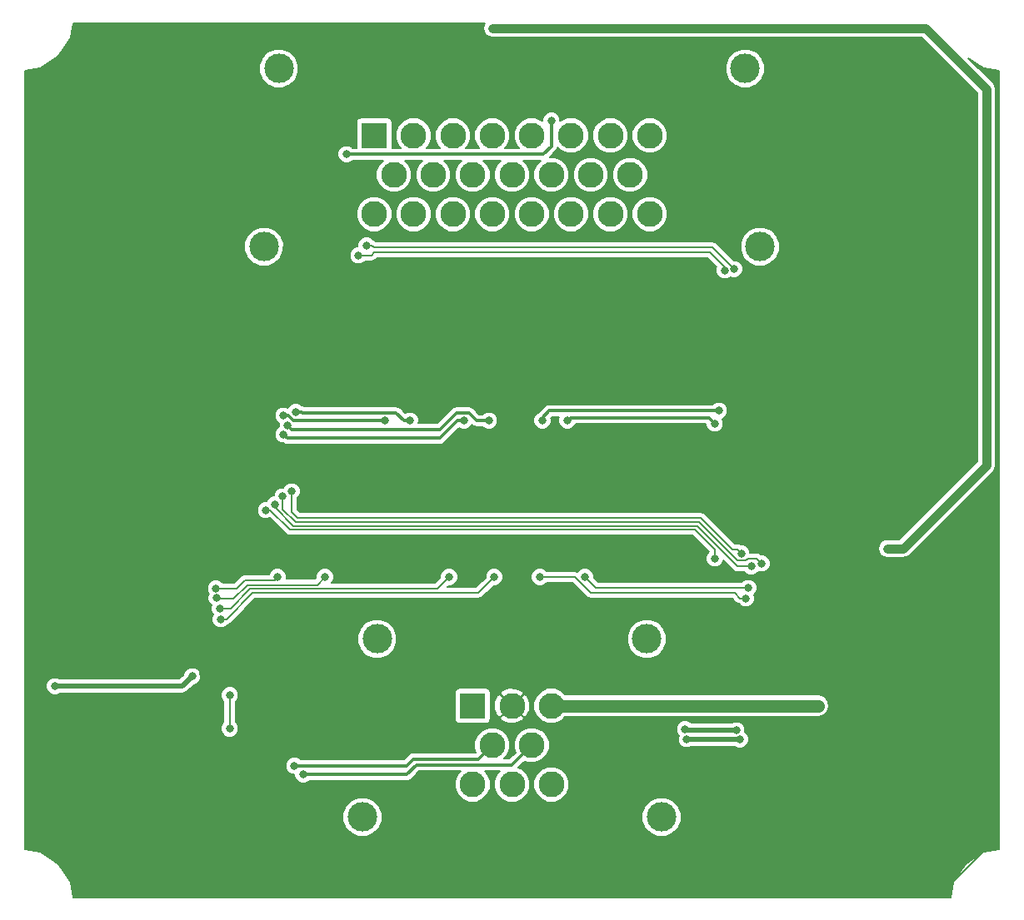
<source format=gbl>
G04 #@! TF.GenerationSoftware,KiCad,Pcbnew,(2017-01-11 revision e99b79c)-master*
G04 #@! TF.CreationDate,2017-08-14T11:11:44+03:00*
G04 #@! TF.ProjectId,fsb,6673622E6B696361645F706362000000,rev?*
G04 #@! TF.FileFunction,Copper,L2,Bot,Signal*
G04 #@! TF.FilePolarity,Positive*
%FSLAX46Y46*%
G04 Gerber Fmt 4.6, Leading zero omitted, Abs format (unit mm)*
G04 Created by KiCad (PCBNEW (2017-01-11 revision e99b79c)-master) date Mon Aug 14 11:11:44 2017*
%MOMM*%
%LPD*%
G01*
G04 APERTURE LIST*
%ADD10C,0.100000*%
%ADD11R,2.623820X2.623820*%
%ADD12C,2.623820*%
%ADD13C,2.999740*%
%ADD14C,0.800000*%
%ADD15C,0.200000*%
%ADD16C,0.500000*%
%ADD17C,0.900000*%
%ADD18C,1.300000*%
%ADD19C,0.300000*%
G04 APERTURE END LIST*
D10*
D11*
X164002040Y-119002040D03*
D12*
X168000000Y-119002040D03*
X171997960Y-119002040D03*
X166001020Y-123000000D03*
X169998980Y-123000000D03*
X164002040Y-126997960D03*
X168000000Y-126997960D03*
X171997960Y-126997960D03*
D13*
X154301780Y-112202460D03*
X181698220Y-112202460D03*
X183199360Y-130299960D03*
X152800640Y-130299960D03*
D11*
X154002060Y-61002040D03*
D12*
X158000020Y-61002040D03*
X162000520Y-61002040D03*
X166001020Y-61002040D03*
X169998980Y-61002040D03*
X173999480Y-61002040D03*
X177999980Y-61002040D03*
X181997940Y-61002040D03*
X156001040Y-65000000D03*
X160001540Y-65000000D03*
X164002040Y-65000000D03*
X168000000Y-65000000D03*
X171997960Y-65000000D03*
X175998460Y-65000000D03*
X179998960Y-65000000D03*
X154002060Y-68997960D03*
X158000020Y-68997960D03*
X162000520Y-68997960D03*
X166001020Y-68997960D03*
X169998980Y-68997960D03*
X173999480Y-68997960D03*
X177999980Y-68997960D03*
X181997940Y-68997960D03*
D13*
X144301800Y-54202460D03*
X191698200Y-54202460D03*
X142800660Y-72299960D03*
X193199340Y-72299960D03*
D14*
X187200000Y-98900000D03*
X179500000Y-108700000D03*
X180600000Y-105800000D03*
X147300000Y-81800000D03*
X154200000Y-87100000D03*
X167000000Y-51400000D03*
X176100000Y-58800000D03*
X177300000Y-51600000D03*
X194800000Y-51800000D03*
X209400000Y-51800000D03*
X214000000Y-65300000D03*
X199000000Y-60800000D03*
X185700000Y-61100000D03*
X183700000Y-65000000D03*
X193600000Y-65100000D03*
X208900000Y-66600000D03*
X189600000Y-76700000D03*
X195100000Y-74600000D03*
X214200000Y-74900000D03*
X206800000Y-86300000D03*
X206100000Y-91200000D03*
X204000000Y-99500000D03*
X198300000Y-82900000D03*
X190600000Y-88200000D03*
X184700000Y-94900000D03*
X196800000Y-92300000D03*
X192800000Y-102300000D03*
X200800000Y-102400000D03*
X200000000Y-108200000D03*
X188600000Y-116500000D03*
X191200000Y-109300000D03*
X195200000Y-112900000D03*
X214400000Y-98600000D03*
X209400000Y-105100000D03*
X214000000Y-115400000D03*
X199400000Y-121900000D03*
X208100000Y-124800000D03*
X203200000Y-128700000D03*
X217000000Y-132700000D03*
X216400000Y-122900000D03*
X211900000Y-137200000D03*
X182900000Y-137400000D03*
X188300000Y-128900000D03*
X189900000Y-125300000D03*
X182700000Y-117300000D03*
X185400000Y-115100000D03*
X187500000Y-109000000D03*
X187400000Y-105700000D03*
X179800000Y-102100000D03*
X158900000Y-102100000D03*
X155200000Y-105800000D03*
X147300000Y-96300000D03*
X137100000Y-121000000D03*
X143500000Y-129100000D03*
X141600000Y-131400000D03*
X137100000Y-124500000D03*
X138100000Y-105400000D03*
X140700000Y-104800000D03*
X141400000Y-98400000D03*
X145500000Y-87000000D03*
X139200000Y-80500000D03*
X137200000Y-76300000D03*
X154100000Y-77600000D03*
X151000000Y-71600000D03*
X144800000Y-65200000D03*
X152100000Y-65700000D03*
X138900000Y-61400000D03*
X137300000Y-58900000D03*
X155800000Y-58400000D03*
X163700000Y-58800000D03*
X163700000Y-50100000D03*
X146100000Y-50100000D03*
X134700000Y-50100000D03*
X122700000Y-58300000D03*
X127200000Y-68900000D03*
X124200000Y-73000000D03*
X120200000Y-66600000D03*
X120000000Y-90300000D03*
X122300000Y-78900000D03*
X122400000Y-89800000D03*
X127000000Y-85600000D03*
X129800000Y-81200000D03*
X133200000Y-80400000D03*
X133200000Y-93400000D03*
X129700000Y-99600000D03*
X123300000Y-100300000D03*
X125400000Y-110300000D03*
X128300000Y-114900000D03*
X121900000Y-114000000D03*
X119200000Y-114900000D03*
X119300000Y-120300000D03*
X119800000Y-131100000D03*
X121000000Y-122000000D03*
X124300000Y-135500000D03*
X126900000Y-130800000D03*
X133800000Y-132300000D03*
X165900000Y-128800000D03*
X169900000Y-129100000D03*
X180000000Y-131100000D03*
X179000000Y-136400000D03*
X156700000Y-136400000D03*
X146800000Y-134700000D03*
X144200000Y-134800000D03*
X133700000Y-100600000D03*
X138321113Y-64037122D03*
X132500000Y-106000000D03*
X132300000Y-109900000D03*
X132100000Y-113600000D03*
X131000000Y-118600000D03*
X126700000Y-102900000D03*
X184200000Y-122800000D03*
X179700000Y-98000000D03*
X181600000Y-97000000D03*
X202600000Y-111300000D03*
X202700000Y-114500000D03*
X213100000Y-95500000D03*
X133000000Y-54199998D03*
X138100000Y-54800000D03*
X121900000Y-63600000D03*
X127500000Y-64500000D03*
X133900000Y-69500000D03*
X140300000Y-66500000D03*
X135050356Y-67159679D03*
X134900000Y-63900000D03*
X130500000Y-60900000D03*
X130300000Y-57400000D03*
X125500000Y-50700000D03*
X125700000Y-119300000D03*
X131000000Y-135500000D03*
X141800000Y-136900000D03*
X139400000Y-134700000D03*
X126400000Y-125400000D03*
X168600000Y-134200000D03*
X135500011Y-116009210D03*
X121561800Y-117000000D03*
X185779374Y-122383794D03*
X191193924Y-122419156D03*
X185600000Y-121400000D03*
X190800000Y-121500000D03*
X166000000Y-50100000D03*
X206165300Y-103000000D03*
X197700000Y-119000000D03*
X199100000Y-119000000D03*
X145900000Y-125100000D03*
X146800000Y-126000000D03*
X137983769Y-108051306D03*
X149000000Y-105900000D03*
X137933965Y-107052535D03*
X144200000Y-105900000D03*
X138400000Y-110200000D03*
X166200000Y-105900000D03*
X138300000Y-109100000D03*
X161600000Y-105900000D03*
X171100000Y-90000000D03*
X189000000Y-89000000D03*
X173635000Y-90000000D03*
X188600000Y-90300000D03*
X192027751Y-107021005D03*
X175400000Y-105900000D03*
X191749201Y-108059266D03*
X170800000Y-105900000D03*
X146000000Y-89100000D03*
X157635000Y-90000000D03*
X144800000Y-89500000D03*
X155100000Y-90000000D03*
X145210431Y-90493896D03*
X165635000Y-90000000D03*
X144774351Y-91393817D03*
X163100000Y-90000000D03*
X143000000Y-99100000D03*
X188600000Y-104000000D03*
X151200000Y-62900000D03*
X172000000Y-59500000D03*
X139300000Y-117900000D03*
X139300000Y-121300000D03*
X153200000Y-72199990D03*
X190600000Y-74600000D03*
X189600000Y-74700000D03*
X152400000Y-73200000D03*
X193356635Y-104508669D03*
X144700000Y-97700000D03*
X191300000Y-103499979D03*
X145600000Y-97200000D03*
X192300000Y-104799998D03*
X143900000Y-98500000D03*
D15*
X187400000Y-105700000D02*
X180700000Y-105700000D01*
X180700000Y-105700000D02*
X180600000Y-105800000D01*
X154200000Y-87100000D02*
X148900000Y-81800000D01*
X148900000Y-81800000D02*
X147300000Y-81800000D01*
X177300000Y-51600000D02*
X176100000Y-52800000D01*
X176100000Y-52800000D02*
X176100000Y-58800000D01*
X209400000Y-51800000D02*
X194800000Y-51800000D01*
X210500000Y-60800000D02*
X214000000Y-64300000D01*
X214000000Y-64300000D02*
X214000000Y-65300000D01*
X199000000Y-60800000D02*
X210500000Y-60800000D01*
X183700000Y-65000000D02*
X185700000Y-63000000D01*
X185700000Y-63000000D02*
X185700000Y-61100000D01*
X193600000Y-65100000D02*
X183800000Y-65100000D01*
X183800000Y-65100000D02*
X183700000Y-65000000D01*
X189600000Y-76700000D02*
X198800000Y-76700000D01*
X198800000Y-76700000D02*
X208900000Y-66600000D01*
X195100000Y-74600000D02*
X193000000Y-76700000D01*
X193000000Y-76700000D02*
X189600000Y-76700000D01*
X214200000Y-74900000D02*
X195400000Y-74900000D01*
X195400000Y-74900000D02*
X195100000Y-74600000D01*
X206100000Y-91200000D02*
X206800000Y-90500000D01*
X206800000Y-90500000D02*
X206800000Y-86300000D01*
X204000000Y-99500000D02*
X204000000Y-93300000D01*
X204000000Y-93300000D02*
X206100000Y-91200000D01*
X198300000Y-82900000D02*
X204000000Y-88600000D01*
X204000000Y-88600000D02*
X204000000Y-99500000D01*
X190600000Y-88200000D02*
X193000000Y-88200000D01*
X193000000Y-88200000D02*
X198300000Y-82900000D01*
X189900000Y-92500000D02*
X190600000Y-91800000D01*
X190600000Y-91800000D02*
X190600000Y-88200000D01*
X187100000Y-92500000D02*
X189900000Y-92500000D01*
X184700000Y-94900000D02*
X187100000Y-92500000D01*
X196800000Y-92300000D02*
X187300000Y-92300000D01*
X187300000Y-92300000D02*
X184700000Y-94900000D01*
X200800000Y-102400000D02*
X192900000Y-102400000D01*
X192900000Y-102400000D02*
X192800000Y-102300000D01*
X200000000Y-108200000D02*
X200000000Y-103200000D01*
X200000000Y-103200000D02*
X200800000Y-102400000D01*
X188600000Y-116500000D02*
X196900000Y-108200000D01*
X196900000Y-108200000D02*
X200000000Y-108200000D01*
X191200000Y-109300000D02*
X191200000Y-113900000D01*
X191200000Y-113900000D02*
X188600000Y-116500000D01*
X195200000Y-112900000D02*
X191600000Y-109300000D01*
X191600000Y-109300000D02*
X191200000Y-109300000D01*
X202600000Y-111300000D02*
X196800000Y-111300000D01*
X196800000Y-111300000D02*
X195200000Y-112900000D01*
X209400000Y-105100000D02*
X214400000Y-100100000D01*
X214400000Y-100100000D02*
X214400000Y-98600000D01*
X214000000Y-115400000D02*
X214000000Y-109700000D01*
X214000000Y-109700000D02*
X209400000Y-105100000D01*
X199400000Y-121900000D02*
X205900000Y-115400000D01*
X205900000Y-115400000D02*
X214000000Y-115400000D01*
X208100000Y-124800000D02*
X202300000Y-124800000D01*
X202300000Y-124800000D02*
X199400000Y-121900000D01*
X203200000Y-128700000D02*
X207100000Y-124800000D01*
X207100000Y-124800000D02*
X208100000Y-124800000D01*
X216400000Y-122900000D02*
X209000000Y-122900000D01*
X209000000Y-122900000D02*
X203200000Y-128700000D01*
X216400000Y-122900000D02*
X216400000Y-132100000D01*
X216600001Y-133099999D02*
X217000000Y-132700000D01*
X212500000Y-137200000D02*
X216600001Y-133099999D01*
X216400000Y-132100000D02*
X216600001Y-132300001D01*
X211900000Y-137200000D02*
X212500000Y-137200000D01*
X216600001Y-132300001D02*
X217000000Y-132700000D01*
X182900000Y-137400000D02*
X211700000Y-137400000D01*
X211700000Y-137400000D02*
X211900000Y-137200000D01*
X188300000Y-128900000D02*
X182900000Y-134300000D01*
X182900000Y-134300000D02*
X182900000Y-137400000D01*
X189900000Y-125300000D02*
X189900000Y-127300000D01*
X189900000Y-127300000D02*
X188300000Y-128900000D01*
X184200000Y-123900000D02*
X185600000Y-125300000D01*
X185600000Y-125300000D02*
X189900000Y-125300000D01*
X184200000Y-122800000D02*
X184200000Y-123900000D01*
X185400000Y-115100000D02*
X183200000Y-117300000D01*
X183200000Y-117300000D02*
X182700000Y-117300000D01*
X187500000Y-109000000D02*
X185400000Y-111100000D01*
X185400000Y-111100000D02*
X185400000Y-115100000D01*
X158900000Y-102100000D02*
X179800000Y-102100000D01*
X140700000Y-104800000D02*
X154200000Y-104800000D01*
X154200000Y-104800000D02*
X155200000Y-105800000D01*
X137100000Y-116600000D02*
X137100000Y-121000000D01*
X137100000Y-121000000D02*
X137100000Y-124500000D01*
X143500000Y-129100000D02*
X143500000Y-127400000D01*
X143500000Y-127400000D02*
X137100000Y-121000000D01*
X141600000Y-131400000D02*
X143500000Y-129500000D01*
X143500000Y-129500000D02*
X143500000Y-129100000D01*
X137100000Y-124500000D02*
X137100000Y-126900000D01*
X137100000Y-126900000D02*
X141600000Y-131400000D01*
X136300000Y-115800000D02*
X137100000Y-116600000D01*
X136300000Y-106634315D02*
X136300000Y-115800000D01*
X138100000Y-105400000D02*
X137534315Y-105400000D01*
X137534315Y-105400000D02*
X136300000Y-106634315D01*
X140700000Y-104800000D02*
X140100000Y-105400000D01*
X140100000Y-105400000D02*
X138100000Y-105400000D01*
X141400000Y-98400000D02*
X141400000Y-104100000D01*
X141400000Y-104100000D02*
X140700000Y-104800000D01*
X142500000Y-87000000D02*
X141400000Y-88100000D01*
X141400000Y-88100000D02*
X141400000Y-98400000D01*
X145500000Y-87000000D02*
X142500000Y-87000000D01*
X139200000Y-80500000D02*
X145500000Y-86800000D01*
X145500000Y-86800000D02*
X145500000Y-87000000D01*
X137200000Y-76300000D02*
X137200000Y-78500000D01*
X137200000Y-78500000D02*
X139200000Y-80500000D01*
X154100000Y-77600000D02*
X152800000Y-76300000D01*
X152800000Y-76300000D02*
X137200000Y-76300000D01*
X151000000Y-71600000D02*
X151000000Y-74500000D01*
X151000000Y-74500000D02*
X154100000Y-77600000D01*
X144800000Y-65200000D02*
X151000000Y-71400000D01*
X151000000Y-71400000D02*
X151000000Y-71600000D01*
X152100000Y-65700000D02*
X145300000Y-65700000D01*
X145300000Y-65700000D02*
X144800000Y-65200000D01*
X138900000Y-61400000D02*
X143200000Y-65700000D01*
X143200000Y-65700000D02*
X152100000Y-65700000D01*
X137300000Y-58900000D02*
X137300000Y-59800000D01*
X137300000Y-59800000D02*
X138900000Y-61400000D01*
X155800000Y-58400000D02*
X155300000Y-58900000D01*
X155300000Y-58900000D02*
X137300000Y-58900000D01*
X163700000Y-58800000D02*
X156200000Y-58800000D01*
X156200000Y-58800000D02*
X155800000Y-58400000D01*
X163700000Y-50100000D02*
X163700000Y-58800000D01*
X134700000Y-50100000D02*
X146100000Y-50100000D01*
X122700000Y-58300000D02*
X126500000Y-58300000D01*
X126500000Y-58300000D02*
X134700000Y-50100000D01*
X127200000Y-68900000D02*
X122700000Y-64400000D01*
X122700000Y-64400000D02*
X122700000Y-58300000D01*
X124200000Y-73000000D02*
X124200000Y-71900000D01*
X124200000Y-71900000D02*
X127200000Y-68900000D01*
X120200000Y-66600000D02*
X124200000Y-70600000D01*
X124200000Y-70600000D02*
X124200000Y-73000000D01*
X120000000Y-90300000D02*
X120000000Y-66800000D01*
X120000000Y-66800000D02*
X120200000Y-66600000D01*
X122300000Y-78900000D02*
X120000000Y-81200000D01*
X120000000Y-81200000D02*
X120000000Y-90300000D01*
X127000000Y-85600000D02*
X122800000Y-89800000D01*
X122800000Y-89800000D02*
X122400000Y-89800000D01*
X129800000Y-81200000D02*
X127000000Y-84000000D01*
X127000000Y-84000000D02*
X127000000Y-85600000D01*
X133200000Y-80400000D02*
X130600000Y-80400000D01*
X130600000Y-80400000D02*
X129800000Y-81200000D01*
X133200000Y-93400000D02*
X133200000Y-80400000D01*
X129700000Y-99600000D02*
X129700000Y-96900000D01*
X129700000Y-96900000D02*
X133200000Y-93400000D01*
X123300000Y-100300000D02*
X124000000Y-99600000D01*
X124000000Y-99600000D02*
X129700000Y-99600000D01*
X125400000Y-110300000D02*
X125400000Y-102400000D01*
X125400000Y-102400000D02*
X123300000Y-100300000D01*
X128300000Y-114900000D02*
X125400000Y-112000000D01*
X125400000Y-112000000D02*
X125400000Y-110300000D01*
X121900000Y-114000000D02*
X127400000Y-114000000D01*
X127400000Y-114000000D02*
X128300000Y-114900000D01*
X119200000Y-114900000D02*
X120100000Y-114000000D01*
X120100000Y-114000000D02*
X121900000Y-114000000D01*
X125700000Y-119300000D02*
X120300000Y-119300000D01*
X120300000Y-119300000D02*
X119300000Y-120300000D01*
X119800000Y-131100000D02*
X124200000Y-135500000D01*
X124200000Y-135500000D02*
X124300000Y-135500000D01*
X124300000Y-135500000D02*
X121000000Y-132200000D01*
X121000000Y-132200000D02*
X121000000Y-122000000D01*
X133800000Y-132300000D02*
X132300000Y-130800000D01*
X132300000Y-130800000D02*
X126900000Y-130800000D01*
X139400000Y-134700000D02*
X136200000Y-134700000D01*
X136200000Y-134700000D02*
X133800000Y-132300000D01*
X165900000Y-128800000D02*
X160000000Y-134700000D01*
X160000000Y-134700000D02*
X146800000Y-134700000D01*
X169900000Y-129100000D02*
X166200000Y-129100000D01*
X166200000Y-129100000D02*
X165900000Y-128800000D01*
X178300000Y-132800000D02*
X173600000Y-132800000D01*
X173600000Y-132800000D02*
X169900000Y-129100000D01*
X180000000Y-131100000D02*
X178300000Y-132800000D01*
X156700000Y-136400000D02*
X179000000Y-136400000D01*
X144200000Y-134800000D02*
X146700000Y-134800000D01*
X146700000Y-134800000D02*
X146800000Y-134700000D01*
D16*
X135100012Y-116409209D02*
X135500011Y-116009210D01*
X134509221Y-117000000D02*
X135100012Y-116409209D01*
X121561800Y-117000000D02*
X134509221Y-117000000D01*
X191193924Y-122419156D02*
X185814736Y-122419156D01*
X185814736Y-122419156D02*
X185779374Y-122383794D01*
X190800000Y-121500000D02*
X185700000Y-121500000D01*
X185700000Y-121500000D02*
X185600000Y-121400000D01*
D17*
X210000000Y-50100000D02*
X166000000Y-50100000D01*
X216200000Y-56300000D02*
X210000000Y-50100000D01*
X216200000Y-94514270D02*
X216200000Y-56300000D01*
X206165300Y-103000000D02*
X207714270Y-103000000D01*
X207714270Y-103000000D02*
X216200000Y-94514270D01*
D18*
X199100000Y-119000000D02*
X197700000Y-119000000D01*
X188300000Y-119000000D02*
X197700000Y-119000000D01*
X173855320Y-119000000D02*
X188300000Y-119000000D01*
X171997960Y-119002040D02*
X173853280Y-119002040D01*
X173853280Y-119002040D02*
X173855320Y-119000000D01*
D19*
X158000000Y-124400000D02*
X164601020Y-124400000D01*
X164601020Y-124400000D02*
X166001020Y-123000000D01*
X157300000Y-125100000D02*
X158000000Y-124400000D01*
X145900000Y-125100000D02*
X157300000Y-125100000D01*
X158300000Y-125000000D02*
X167998980Y-125000000D01*
X167998980Y-125000000D02*
X169998980Y-123000000D01*
X157300000Y-126000000D02*
X158300000Y-125000000D01*
X146800000Y-126000000D02*
X157300000Y-126000000D01*
D15*
X149000000Y-105900000D02*
X148200022Y-106699978D01*
X148200022Y-106699978D02*
X141100022Y-106699978D01*
X141100022Y-106699978D02*
X139700000Y-108100000D01*
X139700000Y-108100000D02*
X138032463Y-108100000D01*
X138032463Y-108100000D02*
X137983769Y-108051306D01*
X144200000Y-105900000D02*
X143900000Y-106200000D01*
X143900000Y-106200000D02*
X140900000Y-106200000D01*
X140900000Y-106200000D02*
X140000000Y-107100000D01*
X140000000Y-107100000D02*
X137981430Y-107100000D01*
X137981430Y-107100000D02*
X137933965Y-107052535D01*
X166200000Y-105900000D02*
X164600000Y-107500000D01*
X141665685Y-107500000D02*
X138965685Y-110200000D01*
X164600000Y-107500000D02*
X141665685Y-107500000D01*
X138965685Y-110200000D02*
X138400000Y-110200000D01*
X161600000Y-105900000D02*
X160400011Y-107099989D01*
X160400011Y-107099989D02*
X141400011Y-107099989D01*
X141400011Y-107099989D02*
X139400000Y-109100000D01*
X139400000Y-109100000D02*
X138300000Y-109100000D01*
D19*
X189000000Y-89000000D02*
X171800000Y-89000000D01*
X171800000Y-89000000D02*
X171100000Y-89700000D01*
X171100000Y-89700000D02*
X171100000Y-90000000D01*
X188600000Y-90300000D02*
X188000000Y-89700000D01*
X188000000Y-89700000D02*
X173935000Y-89700000D01*
X173935000Y-89700000D02*
X173635000Y-90000000D01*
D15*
X175400000Y-105900000D02*
X176521005Y-107021005D01*
X176521005Y-107021005D02*
X191462066Y-107021005D01*
X191462066Y-107021005D02*
X192027751Y-107021005D01*
X170800000Y-105900000D02*
X174363996Y-105900000D01*
X174363996Y-105900000D02*
X175963996Y-107500000D01*
X175963996Y-107500000D02*
X190624250Y-107500000D01*
X190624250Y-107500000D02*
X191183516Y-108059266D01*
X191183516Y-108059266D02*
X191749201Y-108059266D01*
D19*
X157635000Y-90000000D02*
X157010000Y-90000000D01*
X157010000Y-90000000D02*
X156210000Y-89200000D01*
X156210000Y-89200000D02*
X146700000Y-89200000D01*
X146700000Y-89200000D02*
X146600000Y-89100000D01*
X146600000Y-89100000D02*
X146000000Y-89100000D01*
X155100000Y-90000000D02*
X145789998Y-90000000D01*
X145789998Y-90000000D02*
X145289998Y-89500000D01*
X145289998Y-89500000D02*
X144800000Y-89500000D01*
X165635000Y-90000000D02*
X164400000Y-90000000D01*
X162400000Y-89200000D02*
X160706105Y-90893895D01*
X163600000Y-89200000D02*
X162400000Y-89200000D01*
X145610430Y-90893895D02*
X145210431Y-90493896D01*
X160706105Y-90893895D02*
X145610430Y-90893895D01*
X164400000Y-90000000D02*
X163600000Y-89200000D01*
X160681184Y-91793816D02*
X145174350Y-91793816D01*
X162475000Y-90000000D02*
X160681184Y-91793816D01*
X145174350Y-91793816D02*
X144774351Y-91393817D01*
X163100000Y-90000000D02*
X162475000Y-90000000D01*
D15*
X188600000Y-104000000D02*
X188600000Y-103100000D01*
X186600000Y-101100000D02*
X145400000Y-101100000D01*
X188600000Y-103100000D02*
X186600000Y-101100000D01*
X145400000Y-101100000D02*
X143400000Y-99100000D01*
X143400000Y-99100000D02*
X143000000Y-99100000D01*
D19*
X172000000Y-62100000D02*
X171200000Y-62900000D01*
X171200000Y-62900000D02*
X151200000Y-62900000D01*
X172000000Y-59500000D02*
X172000000Y-62100000D01*
D15*
X139300000Y-121300000D02*
X139300000Y-117900000D01*
X190600000Y-74600000D02*
X188400000Y-72400000D01*
X188400000Y-72400000D02*
X153965695Y-72400000D01*
X153965695Y-72400000D02*
X153765685Y-72199990D01*
X153765685Y-72199990D02*
X153200000Y-72199990D01*
X152400000Y-73200000D02*
X153700000Y-73200000D01*
X154000000Y-72900000D02*
X188100000Y-72900000D01*
X153700000Y-73200000D02*
X154000000Y-72900000D01*
X188100000Y-72900000D02*
X189600000Y-74400000D01*
X189600000Y-74400000D02*
X189600000Y-74700000D01*
X144700000Y-97700000D02*
X144700000Y-99000000D01*
X144700000Y-99000000D02*
X145999978Y-100299978D01*
X145999978Y-100299978D02*
X186965678Y-100299978D01*
X186965678Y-100299978D02*
X190865689Y-104199989D01*
X190865689Y-104199989D02*
X191764007Y-104199989D01*
X191764007Y-104199989D02*
X191963998Y-103999998D01*
X191963998Y-103999998D02*
X192847964Y-103999998D01*
X192847964Y-103999998D02*
X192956636Y-104108670D01*
X192956636Y-104108670D02*
X193356635Y-104508669D01*
X145600000Y-97200000D02*
X145600000Y-99300000D01*
X145600000Y-99300000D02*
X146199967Y-99899967D01*
X146199967Y-99899967D02*
X187199967Y-99899967D01*
X187199967Y-99899967D02*
X190399980Y-103099980D01*
X190399980Y-103099980D02*
X190900001Y-103099980D01*
X190900001Y-103099980D02*
X191300000Y-103499979D01*
X143900000Y-98500000D02*
X143900000Y-98800000D01*
X190899998Y-104799998D02*
X191734315Y-104799998D01*
X143900000Y-98800000D02*
X145799989Y-100699989D01*
X145799989Y-100699989D02*
X186799989Y-100699989D01*
X186799989Y-100699989D02*
X190899998Y-104799998D01*
X191734315Y-104799998D02*
X192300000Y-104799998D01*
G36*
X165122314Y-49736451D02*
X165050000Y-50100000D01*
X165122314Y-50463549D01*
X165328249Y-50771751D01*
X165636451Y-50977686D01*
X166000000Y-51050000D01*
X209606498Y-51050000D01*
X215250000Y-56693503D01*
X215250000Y-94120767D01*
X207320768Y-102050000D01*
X206165300Y-102050000D01*
X205801751Y-102122314D01*
X205493549Y-102328249D01*
X205287614Y-102636451D01*
X205215300Y-103000000D01*
X205287614Y-103363549D01*
X205493549Y-103671751D01*
X205801751Y-103877686D01*
X206165300Y-103950000D01*
X207714270Y-103950000D01*
X208017503Y-103889683D01*
X208077820Y-103877686D01*
X208386021Y-103671751D01*
X216871751Y-95186022D01*
X217077685Y-94877820D01*
X217077686Y-94877819D01*
X217150000Y-94514270D01*
X217150000Y-56300000D01*
X217077686Y-55936451D01*
X217077686Y-55936450D01*
X216871751Y-55628248D01*
X214392289Y-53148786D01*
X215781017Y-54076705D01*
X215781019Y-54076707D01*
X215979283Y-54158830D01*
X217450000Y-54451374D01*
X217450000Y-133548626D01*
X215979283Y-133841170D01*
X215781019Y-133923293D01*
X215781017Y-133923295D01*
X214158906Y-135007155D01*
X214158902Y-135007157D01*
X214083030Y-135083030D01*
X214007157Y-135158902D01*
X214007155Y-135158906D01*
X212923296Y-136781016D01*
X212923293Y-136781019D01*
X212841170Y-136979283D01*
X212548626Y-138450000D01*
X123451374Y-138450000D01*
X123158830Y-136979283D01*
X123076707Y-136781019D01*
X123076705Y-136781017D01*
X121992845Y-135158906D01*
X121992843Y-135158902D01*
X121916970Y-135083030D01*
X121841098Y-135007157D01*
X121841094Y-135007155D01*
X120218984Y-133923296D01*
X120218981Y-133923293D01*
X120020717Y-133841170D01*
X118550000Y-133548626D01*
X118550000Y-130696014D01*
X150800423Y-130696014D01*
X151104244Y-131431316D01*
X151666325Y-131994379D01*
X152401096Y-132299482D01*
X153196694Y-132300177D01*
X153931996Y-131996356D01*
X154495059Y-131434275D01*
X154800162Y-130699504D01*
X154800165Y-130696014D01*
X181199143Y-130696014D01*
X181502964Y-131431316D01*
X182065045Y-131994379D01*
X182799816Y-132299482D01*
X183595414Y-132300177D01*
X184330716Y-131996356D01*
X184893779Y-131434275D01*
X185198882Y-130699504D01*
X185199577Y-129903906D01*
X184895756Y-129168604D01*
X184333675Y-128605541D01*
X183598904Y-128300438D01*
X182803306Y-128299743D01*
X182068004Y-128603564D01*
X181504941Y-129165645D01*
X181199838Y-129900416D01*
X181199143Y-130696014D01*
X154800165Y-130696014D01*
X154800857Y-129903906D01*
X154497036Y-129168604D01*
X153934955Y-128605541D01*
X153200184Y-128300438D01*
X152404586Y-128299743D01*
X151669284Y-128603564D01*
X151106221Y-129165645D01*
X150801118Y-129900416D01*
X150800423Y-130696014D01*
X118550000Y-130696014D01*
X118550000Y-125278236D01*
X144999844Y-125278236D01*
X145136572Y-125609143D01*
X145389525Y-125862538D01*
X145720194Y-125999843D01*
X145900000Y-126000000D01*
X145899844Y-126178236D01*
X146036572Y-126509143D01*
X146289525Y-126762538D01*
X146620194Y-126899843D01*
X146978236Y-126900156D01*
X147309143Y-126763428D01*
X147422769Y-126650000D01*
X157300000Y-126650000D01*
X157507476Y-126608731D01*
X157548745Y-126600522D01*
X157759619Y-126459619D01*
X158569239Y-125650000D01*
X162787689Y-125650000D01*
X162466873Y-125970256D01*
X162190446Y-126635968D01*
X162189817Y-127356790D01*
X162465082Y-128022983D01*
X162974336Y-128533127D01*
X163640048Y-128809554D01*
X164360870Y-128810183D01*
X165027063Y-128534918D01*
X165537207Y-128025664D01*
X165813634Y-127359952D01*
X165814263Y-126639130D01*
X165538998Y-125972937D01*
X165216624Y-125650000D01*
X166785649Y-125650000D01*
X166464833Y-125970256D01*
X166188406Y-126635968D01*
X166187777Y-127356790D01*
X166463042Y-128022983D01*
X166972296Y-128533127D01*
X167638008Y-128809554D01*
X168358830Y-128810183D01*
X169025023Y-128534918D01*
X169535167Y-128025664D01*
X169811594Y-127359952D01*
X169811596Y-127356790D01*
X170185737Y-127356790D01*
X170461002Y-128022983D01*
X170970256Y-128533127D01*
X171635968Y-128809554D01*
X172356790Y-128810183D01*
X173022983Y-128534918D01*
X173533127Y-128025664D01*
X173809554Y-127359952D01*
X173810183Y-126639130D01*
X173534918Y-125972937D01*
X173025664Y-125462793D01*
X172359952Y-125186366D01*
X171639130Y-125185737D01*
X170972937Y-125461002D01*
X170462793Y-125970256D01*
X170186366Y-126635968D01*
X170185737Y-127356790D01*
X169811596Y-127356790D01*
X169812223Y-126639130D01*
X169536958Y-125972937D01*
X169027704Y-125462793D01*
X168623334Y-125294884D01*
X169262235Y-124655983D01*
X169636988Y-124811594D01*
X170357810Y-124812223D01*
X171024003Y-124536958D01*
X171534147Y-124027704D01*
X171810574Y-123361992D01*
X171811203Y-122641170D01*
X171535938Y-121974977D01*
X171139890Y-121578236D01*
X184699844Y-121578236D01*
X184836572Y-121909143D01*
X184953375Y-122026150D01*
X184879531Y-122203988D01*
X184879218Y-122562030D01*
X185015946Y-122892937D01*
X185268899Y-123146332D01*
X185599568Y-123283637D01*
X185957610Y-123283950D01*
X186235433Y-123169156D01*
X190670933Y-123169156D01*
X190683449Y-123181694D01*
X191014118Y-123318999D01*
X191372160Y-123319312D01*
X191703067Y-123182584D01*
X191956462Y-122929631D01*
X192093767Y-122598962D01*
X192094080Y-122240920D01*
X191957352Y-121910013D01*
X191704399Y-121656618D01*
X191699865Y-121654735D01*
X191700156Y-121321764D01*
X191563428Y-120990857D01*
X191310475Y-120737462D01*
X190979806Y-120600157D01*
X190621764Y-120599844D01*
X190290857Y-120736572D01*
X190277406Y-120750000D01*
X186222817Y-120750000D01*
X186110475Y-120637462D01*
X185779806Y-120500157D01*
X185421764Y-120499844D01*
X185090857Y-120636572D01*
X184837462Y-120889525D01*
X184700157Y-121220194D01*
X184699844Y-121578236D01*
X171139890Y-121578236D01*
X171026684Y-121464833D01*
X170360972Y-121188406D01*
X169640150Y-121187777D01*
X168973957Y-121463042D01*
X168463813Y-121972296D01*
X168187386Y-122638008D01*
X168186757Y-123358830D01*
X168342934Y-123736808D01*
X167729742Y-124350000D01*
X167213328Y-124350000D01*
X167536187Y-124027704D01*
X167812614Y-123361992D01*
X167813243Y-122641170D01*
X167537978Y-121974977D01*
X167028724Y-121464833D01*
X166363012Y-121188406D01*
X165642190Y-121187777D01*
X164975997Y-121463042D01*
X164465853Y-121972296D01*
X164189426Y-122638008D01*
X164188797Y-123358830D01*
X164344974Y-123736808D01*
X164331782Y-123750000D01*
X158000000Y-123750000D01*
X157751256Y-123799478D01*
X157751254Y-123799479D01*
X157751255Y-123799479D01*
X157540380Y-123940381D01*
X157030762Y-124450000D01*
X146522817Y-124450000D01*
X146410475Y-124337462D01*
X146079806Y-124200157D01*
X145721764Y-124199844D01*
X145390857Y-124336572D01*
X145137462Y-124589525D01*
X145000157Y-124920194D01*
X144999844Y-125278236D01*
X118550000Y-125278236D01*
X118550000Y-118078236D01*
X138399844Y-118078236D01*
X138536572Y-118409143D01*
X138700000Y-118572857D01*
X138700000Y-120627271D01*
X138537462Y-120789525D01*
X138400157Y-121120194D01*
X138399844Y-121478236D01*
X138536572Y-121809143D01*
X138789525Y-122062538D01*
X139120194Y-122199843D01*
X139478236Y-122200156D01*
X139809143Y-122063428D01*
X140062538Y-121810475D01*
X140199843Y-121479806D01*
X140200156Y-121121764D01*
X140063428Y-120790857D01*
X139900000Y-120627143D01*
X139900000Y-118572729D01*
X140062538Y-118410475D01*
X140199843Y-118079806D01*
X140200156Y-117721764D01*
X140187086Y-117690130D01*
X162180335Y-117690130D01*
X162180335Y-120313950D01*
X162219141Y-120509040D01*
X162329650Y-120674430D01*
X162495040Y-120784939D01*
X162690130Y-120823745D01*
X165313950Y-120823745D01*
X165509040Y-120784939D01*
X165674430Y-120674430D01*
X165784939Y-120509040D01*
X165823745Y-120313950D01*
X165823745Y-120237515D01*
X166799880Y-120237515D01*
X166934446Y-120511182D01*
X167593080Y-120804075D01*
X168313663Y-120822624D01*
X168986495Y-120564006D01*
X169065554Y-120511182D01*
X169200120Y-120237515D01*
X168000000Y-119037395D01*
X166799880Y-120237515D01*
X165823745Y-120237515D01*
X165823745Y-119315703D01*
X166179416Y-119315703D01*
X166438034Y-119988535D01*
X166490858Y-120067594D01*
X166764525Y-120202160D01*
X167964645Y-119002040D01*
X168035355Y-119002040D01*
X169235475Y-120202160D01*
X169509142Y-120067594D01*
X169802035Y-119408960D01*
X169803272Y-119360870D01*
X170185737Y-119360870D01*
X170461002Y-120027063D01*
X170970256Y-120537207D01*
X171635968Y-120813634D01*
X172356790Y-120814263D01*
X173022983Y-120538998D01*
X173410617Y-120152040D01*
X173853280Y-120152040D01*
X173863536Y-120150000D01*
X199100000Y-120150000D01*
X199540086Y-120062461D01*
X199913173Y-119813173D01*
X200162461Y-119440086D01*
X200250000Y-119000000D01*
X200162461Y-118559914D01*
X199913173Y-118186827D01*
X199540086Y-117937539D01*
X199100000Y-117850000D01*
X173855320Y-117850000D01*
X173845064Y-117852040D01*
X173410159Y-117852040D01*
X173025664Y-117466873D01*
X172359952Y-117190446D01*
X171639130Y-117189817D01*
X170972937Y-117465082D01*
X170462793Y-117974336D01*
X170186366Y-118640048D01*
X170185737Y-119360870D01*
X169803272Y-119360870D01*
X169820584Y-118688377D01*
X169561966Y-118015545D01*
X169509142Y-117936486D01*
X169235475Y-117801920D01*
X168035355Y-119002040D01*
X167964645Y-119002040D01*
X166764525Y-117801920D01*
X166490858Y-117936486D01*
X166197965Y-118595120D01*
X166179416Y-119315703D01*
X165823745Y-119315703D01*
X165823745Y-117766565D01*
X166799880Y-117766565D01*
X168000000Y-118966685D01*
X169200120Y-117766565D01*
X169065554Y-117492898D01*
X168406920Y-117200005D01*
X167686337Y-117181456D01*
X167013505Y-117440074D01*
X166934446Y-117492898D01*
X166799880Y-117766565D01*
X165823745Y-117766565D01*
X165823745Y-117690130D01*
X165784939Y-117495040D01*
X165674430Y-117329650D01*
X165509040Y-117219141D01*
X165313950Y-117180335D01*
X162690130Y-117180335D01*
X162495040Y-117219141D01*
X162329650Y-117329650D01*
X162219141Y-117495040D01*
X162180335Y-117690130D01*
X140187086Y-117690130D01*
X140063428Y-117390857D01*
X139810475Y-117137462D01*
X139479806Y-117000157D01*
X139121764Y-116999844D01*
X138790857Y-117136572D01*
X138537462Y-117389525D01*
X138400157Y-117720194D01*
X138399844Y-118078236D01*
X118550000Y-118078236D01*
X118550000Y-117178236D01*
X120661644Y-117178236D01*
X120798372Y-117509143D01*
X121051325Y-117762538D01*
X121381994Y-117899843D01*
X121740036Y-117900156D01*
X122070943Y-117763428D01*
X122084394Y-117750000D01*
X134509221Y-117750000D01*
X134796234Y-117692910D01*
X135039551Y-117530330D01*
X135660530Y-116909351D01*
X135678247Y-116909366D01*
X136009154Y-116772638D01*
X136262549Y-116519685D01*
X136399854Y-116189016D01*
X136400167Y-115830974D01*
X136263439Y-115500067D01*
X136010486Y-115246672D01*
X135679817Y-115109367D01*
X135321775Y-115109054D01*
X134990868Y-115245782D01*
X134737473Y-115498735D01*
X134600168Y-115829404D01*
X134600151Y-115848410D01*
X134198561Y-116250000D01*
X122084791Y-116250000D01*
X122072275Y-116237462D01*
X121741606Y-116100157D01*
X121383564Y-116099844D01*
X121052657Y-116236572D01*
X120799262Y-116489525D01*
X120661957Y-116820194D01*
X120661644Y-117178236D01*
X118550000Y-117178236D01*
X118550000Y-112598514D01*
X152301563Y-112598514D01*
X152605384Y-113333816D01*
X153167465Y-113896879D01*
X153902236Y-114201982D01*
X154697834Y-114202677D01*
X155433136Y-113898856D01*
X155996199Y-113336775D01*
X156301302Y-112602004D01*
X156301305Y-112598514D01*
X179698003Y-112598514D01*
X180001824Y-113333816D01*
X180563905Y-113896879D01*
X181298676Y-114201982D01*
X182094274Y-114202677D01*
X182829576Y-113898856D01*
X183392639Y-113336775D01*
X183697742Y-112602004D01*
X183698437Y-111806406D01*
X183394616Y-111071104D01*
X182832535Y-110508041D01*
X182097764Y-110202938D01*
X181302166Y-110202243D01*
X180566864Y-110506064D01*
X180003801Y-111068145D01*
X179698698Y-111802916D01*
X179698003Y-112598514D01*
X156301305Y-112598514D01*
X156301997Y-111806406D01*
X155998176Y-111071104D01*
X155436095Y-110508041D01*
X154701324Y-110202938D01*
X153905726Y-110202243D01*
X153170424Y-110506064D01*
X152607361Y-111068145D01*
X152302258Y-111802916D01*
X152301563Y-112598514D01*
X118550000Y-112598514D01*
X118550000Y-107230771D01*
X137033809Y-107230771D01*
X137170537Y-107561678D01*
X137200225Y-107591418D01*
X137083926Y-107871500D01*
X137083613Y-108229542D01*
X137220341Y-108560449D01*
X137452830Y-108793344D01*
X137400157Y-108920194D01*
X137399844Y-109278236D01*
X137536572Y-109609143D01*
X137631396Y-109704133D01*
X137500157Y-110020194D01*
X137499844Y-110378236D01*
X137636572Y-110709143D01*
X137889525Y-110962538D01*
X138220194Y-111099843D01*
X138578236Y-111100156D01*
X138909143Y-110963428D01*
X139099525Y-110773378D01*
X139195295Y-110754328D01*
X139389949Y-110624264D01*
X141914213Y-108100000D01*
X164600000Y-108100000D01*
X164829610Y-108054328D01*
X165024264Y-107924264D01*
X166148573Y-106799955D01*
X166378236Y-106800156D01*
X166709143Y-106663428D01*
X166962538Y-106410475D01*
X167099843Y-106079806D01*
X167099844Y-106078236D01*
X169899844Y-106078236D01*
X170036572Y-106409143D01*
X170289525Y-106662538D01*
X170620194Y-106799843D01*
X170978236Y-106800156D01*
X171309143Y-106663428D01*
X171472857Y-106500000D01*
X174115468Y-106500000D01*
X175539732Y-107924264D01*
X175734386Y-108054328D01*
X175963996Y-108100000D01*
X190375722Y-108100000D01*
X190759252Y-108483530D01*
X190953906Y-108613594D01*
X191049950Y-108632698D01*
X191238726Y-108821804D01*
X191569395Y-108959109D01*
X191927437Y-108959422D01*
X192258344Y-108822694D01*
X192511739Y-108569741D01*
X192649044Y-108239072D01*
X192649357Y-107881030D01*
X192588258Y-107733159D01*
X192790289Y-107531480D01*
X192927594Y-107200811D01*
X192927907Y-106842769D01*
X192791179Y-106511862D01*
X192538226Y-106258467D01*
X192207557Y-106121162D01*
X191849515Y-106120849D01*
X191518608Y-106257577D01*
X191354894Y-106421005D01*
X176769533Y-106421005D01*
X176299955Y-105951427D01*
X176300156Y-105721764D01*
X176163428Y-105390857D01*
X175910475Y-105137462D01*
X175579806Y-105000157D01*
X175221764Y-104999844D01*
X174890857Y-105136572D01*
X174646193Y-105380809D01*
X174593606Y-105345672D01*
X174363996Y-105300000D01*
X171472729Y-105300000D01*
X171310475Y-105137462D01*
X170979806Y-105000157D01*
X170621764Y-104999844D01*
X170290857Y-105136572D01*
X170037462Y-105389525D01*
X169900157Y-105720194D01*
X169899844Y-106078236D01*
X167099844Y-106078236D01*
X167100156Y-105721764D01*
X166963428Y-105390857D01*
X166710475Y-105137462D01*
X166379806Y-105000157D01*
X166021764Y-104999844D01*
X165690857Y-105136572D01*
X165437462Y-105389525D01*
X165300157Y-105720194D01*
X165299955Y-105951517D01*
X164351472Y-106900000D01*
X161448528Y-106900000D01*
X161548573Y-106799955D01*
X161778236Y-106800156D01*
X162109143Y-106663428D01*
X162362538Y-106410475D01*
X162499843Y-106079806D01*
X162500156Y-105721764D01*
X162363428Y-105390857D01*
X162110475Y-105137462D01*
X161779806Y-105000157D01*
X161421764Y-104999844D01*
X161090857Y-105136572D01*
X160837462Y-105389525D01*
X160700157Y-105720194D01*
X160699955Y-105951517D01*
X160151483Y-106499989D01*
X149672868Y-106499989D01*
X149762538Y-106410475D01*
X149899843Y-106079806D01*
X149900156Y-105721764D01*
X149763428Y-105390857D01*
X149510475Y-105137462D01*
X149179806Y-105000157D01*
X148821764Y-104999844D01*
X148490857Y-105136572D01*
X148237462Y-105389525D01*
X148100157Y-105720194D01*
X148099955Y-105951517D01*
X147951494Y-106099978D01*
X145091467Y-106099978D01*
X145099843Y-106079806D01*
X145100156Y-105721764D01*
X144963428Y-105390857D01*
X144710475Y-105137462D01*
X144379806Y-105000157D01*
X144021764Y-104999844D01*
X143690857Y-105136572D01*
X143437462Y-105389525D01*
X143350066Y-105600000D01*
X140900000Y-105600000D01*
X140670390Y-105645672D01*
X140475736Y-105775736D01*
X139751472Y-106500000D01*
X138654077Y-106500000D01*
X138444440Y-106289997D01*
X138113771Y-106152692D01*
X137755729Y-106152379D01*
X137424822Y-106289107D01*
X137171427Y-106542060D01*
X137034122Y-106872729D01*
X137033809Y-107230771D01*
X118550000Y-107230771D01*
X118550000Y-99278236D01*
X142099844Y-99278236D01*
X142236572Y-99609143D01*
X142489525Y-99862538D01*
X142820194Y-99999843D01*
X143178236Y-100000156D01*
X143371693Y-99920221D01*
X144975736Y-101524264D01*
X145170390Y-101654328D01*
X145400000Y-101700000D01*
X186351472Y-101700000D01*
X187989362Y-103337890D01*
X187837462Y-103489525D01*
X187700157Y-103820194D01*
X187699844Y-104178236D01*
X187836572Y-104509143D01*
X188089525Y-104762538D01*
X188420194Y-104899843D01*
X188778236Y-104900156D01*
X189109143Y-104763428D01*
X189362538Y-104510475D01*
X189479726Y-104228254D01*
X190475734Y-105224262D01*
X190670387Y-105354326D01*
X190899998Y-105399998D01*
X191627271Y-105399998D01*
X191789525Y-105562536D01*
X192120194Y-105699841D01*
X192478236Y-105700154D01*
X192809143Y-105563426D01*
X193026753Y-105346195D01*
X193176829Y-105408512D01*
X193534871Y-105408825D01*
X193865778Y-105272097D01*
X194119173Y-105019144D01*
X194256478Y-104688475D01*
X194256791Y-104330433D01*
X194120063Y-103999526D01*
X193867110Y-103746131D01*
X193536441Y-103608826D01*
X193305118Y-103608624D01*
X193272228Y-103575734D01*
X193077574Y-103445670D01*
X192847964Y-103399998D01*
X192200088Y-103399998D01*
X192200156Y-103321743D01*
X192063428Y-102990836D01*
X191810475Y-102737441D01*
X191479806Y-102600136D01*
X191210800Y-102599901D01*
X191129611Y-102545652D01*
X190900001Y-102499980D01*
X190648508Y-102499980D01*
X187624231Y-99475703D01*
X187429577Y-99345639D01*
X187199967Y-99299967D01*
X146448495Y-99299967D01*
X146200000Y-99051472D01*
X146200000Y-97872729D01*
X146362538Y-97710475D01*
X146499843Y-97379806D01*
X146500156Y-97021764D01*
X146363428Y-96690857D01*
X146110475Y-96437462D01*
X145779806Y-96300157D01*
X145421764Y-96299844D01*
X145090857Y-96436572D01*
X144837462Y-96689525D01*
X144791556Y-96800080D01*
X144521764Y-96799844D01*
X144190857Y-96936572D01*
X143937462Y-97189525D01*
X143800157Y-97520194D01*
X143800087Y-97599912D01*
X143721764Y-97599844D01*
X143390857Y-97736572D01*
X143137462Y-97989525D01*
X143050048Y-98200044D01*
X142821764Y-98199844D01*
X142490857Y-98336572D01*
X142237462Y-98589525D01*
X142100157Y-98920194D01*
X142099844Y-99278236D01*
X118550000Y-99278236D01*
X118550000Y-91572053D01*
X143874195Y-91572053D01*
X144010923Y-91902960D01*
X144263876Y-92156355D01*
X144594545Y-92293660D01*
X144775168Y-92293818D01*
X144925605Y-92394338D01*
X144966874Y-92402547D01*
X145174350Y-92443816D01*
X160681184Y-92443816D01*
X160888660Y-92402547D01*
X160929929Y-92394338D01*
X161140803Y-92253435D01*
X162619326Y-90774912D01*
X162920194Y-90899843D01*
X163278236Y-90900156D01*
X163609143Y-90763428D01*
X163862538Y-90510475D01*
X163900298Y-90419537D01*
X163940381Y-90459620D01*
X164151255Y-90600522D01*
X164400000Y-90650000D01*
X165012183Y-90650000D01*
X165124525Y-90762538D01*
X165455194Y-90899843D01*
X165813236Y-90900156D01*
X166144143Y-90763428D01*
X166397538Y-90510475D01*
X166534843Y-90179806D01*
X166534844Y-90178236D01*
X170199844Y-90178236D01*
X170336572Y-90509143D01*
X170589525Y-90762538D01*
X170920194Y-90899843D01*
X171278236Y-90900156D01*
X171609143Y-90763428D01*
X171862538Y-90510475D01*
X171999843Y-90179806D01*
X172000156Y-89821764D01*
X171970134Y-89749105D01*
X172069239Y-89650000D01*
X172805827Y-89650000D01*
X172735157Y-89820194D01*
X172734844Y-90178236D01*
X172871572Y-90509143D01*
X173124525Y-90762538D01*
X173455194Y-90899843D01*
X173813236Y-90900156D01*
X174144143Y-90763428D01*
X174397538Y-90510475D01*
X174464173Y-90350000D01*
X187699956Y-90350000D01*
X187699844Y-90478236D01*
X187836572Y-90809143D01*
X188089525Y-91062538D01*
X188420194Y-91199843D01*
X188778236Y-91200156D01*
X189109143Y-91063428D01*
X189362538Y-90810475D01*
X189499843Y-90479806D01*
X189500156Y-90121764D01*
X189374997Y-89818856D01*
X189509143Y-89763428D01*
X189762538Y-89510475D01*
X189899843Y-89179806D01*
X189900156Y-88821764D01*
X189763428Y-88490857D01*
X189510475Y-88237462D01*
X189179806Y-88100157D01*
X188821764Y-88099844D01*
X188490857Y-88236572D01*
X188377231Y-88350000D01*
X171800000Y-88350000D01*
X171551256Y-88399478D01*
X171551254Y-88399479D01*
X171551255Y-88399479D01*
X171340380Y-88540381D01*
X170681743Y-89199018D01*
X170590857Y-89236572D01*
X170337462Y-89489525D01*
X170200157Y-89820194D01*
X170199844Y-90178236D01*
X166534844Y-90178236D01*
X166535156Y-89821764D01*
X166398428Y-89490857D01*
X166145475Y-89237462D01*
X165814806Y-89100157D01*
X165456764Y-89099844D01*
X165125857Y-89236572D01*
X165012231Y-89350000D01*
X164669239Y-89350000D01*
X164059619Y-88740381D01*
X163848745Y-88599478D01*
X163805403Y-88590857D01*
X163600000Y-88550000D01*
X162400000Y-88550000D01*
X162194597Y-88590857D01*
X162151255Y-88599478D01*
X161940380Y-88740381D01*
X160436867Y-90243895D01*
X158508231Y-90243895D01*
X158534843Y-90179806D01*
X158535156Y-89821764D01*
X158398428Y-89490857D01*
X158145475Y-89237462D01*
X157814806Y-89100157D01*
X157456764Y-89099844D01*
X157154129Y-89224890D01*
X156669619Y-88740381D01*
X156458745Y-88599478D01*
X156415403Y-88590857D01*
X156210000Y-88550000D01*
X146924356Y-88550000D01*
X146848745Y-88499478D01*
X146805403Y-88490857D01*
X146628470Y-88455663D01*
X146510475Y-88337462D01*
X146179806Y-88200157D01*
X145821764Y-88199844D01*
X145490857Y-88336572D01*
X145237462Y-88589525D01*
X145195805Y-88689847D01*
X144979806Y-88600157D01*
X144621764Y-88599844D01*
X144290857Y-88736572D01*
X144037462Y-88989525D01*
X143900157Y-89320194D01*
X143899844Y-89678236D01*
X144036572Y-90009143D01*
X144289525Y-90262538D01*
X144325749Y-90277579D01*
X144310588Y-90314090D01*
X144310328Y-90611746D01*
X144265208Y-90630389D01*
X144011813Y-90883342D01*
X143874508Y-91214011D01*
X143874195Y-91572053D01*
X118550000Y-91572053D01*
X118550000Y-72696014D01*
X140800443Y-72696014D01*
X141104264Y-73431316D01*
X141666345Y-73994379D01*
X142401116Y-74299482D01*
X143196714Y-74300177D01*
X143932016Y-73996356D01*
X144495079Y-73434275D01*
X144518348Y-73378236D01*
X151499844Y-73378236D01*
X151636572Y-73709143D01*
X151889525Y-73962538D01*
X152220194Y-74099843D01*
X152578236Y-74100156D01*
X152909143Y-73963428D01*
X153072857Y-73800000D01*
X153700000Y-73800000D01*
X153929610Y-73754328D01*
X154124264Y-73624264D01*
X154248528Y-73500000D01*
X187851472Y-73500000D01*
X188750478Y-74399006D01*
X188700157Y-74520194D01*
X188699844Y-74878236D01*
X188836572Y-75209143D01*
X189089525Y-75462538D01*
X189420194Y-75599843D01*
X189778236Y-75600156D01*
X190109143Y-75463428D01*
X190174756Y-75397929D01*
X190420194Y-75499843D01*
X190778236Y-75500156D01*
X191109143Y-75363428D01*
X191362538Y-75110475D01*
X191499843Y-74779806D01*
X191500156Y-74421764D01*
X191363428Y-74090857D01*
X191110475Y-73837462D01*
X190779806Y-73700157D01*
X190548483Y-73699955D01*
X189544542Y-72696014D01*
X191199123Y-72696014D01*
X191502944Y-73431316D01*
X192065025Y-73994379D01*
X192799796Y-74299482D01*
X193595394Y-74300177D01*
X194330696Y-73996356D01*
X194893759Y-73434275D01*
X195198862Y-72699504D01*
X195199557Y-71903906D01*
X194895736Y-71168604D01*
X194333655Y-70605541D01*
X193598884Y-70300438D01*
X192803286Y-70299743D01*
X192067984Y-70603564D01*
X191504921Y-71165645D01*
X191199818Y-71900416D01*
X191199123Y-72696014D01*
X189544542Y-72696014D01*
X188824264Y-71975736D01*
X188629610Y-71845672D01*
X188400000Y-71800000D01*
X154214223Y-71800000D01*
X154189949Y-71775726D01*
X153995295Y-71645662D01*
X153899251Y-71626558D01*
X153710475Y-71437452D01*
X153379806Y-71300147D01*
X153021764Y-71299834D01*
X152690857Y-71436562D01*
X152437462Y-71689515D01*
X152300157Y-72020184D01*
X152299912Y-72299912D01*
X152221764Y-72299844D01*
X151890857Y-72436572D01*
X151637462Y-72689525D01*
X151500157Y-73020194D01*
X151499844Y-73378236D01*
X144518348Y-73378236D01*
X144800182Y-72699504D01*
X144800877Y-71903906D01*
X144497056Y-71168604D01*
X143934975Y-70605541D01*
X143200204Y-70300438D01*
X142404606Y-70299743D01*
X141669304Y-70603564D01*
X141106241Y-71165645D01*
X140801138Y-71900416D01*
X140800443Y-72696014D01*
X118550000Y-72696014D01*
X118550000Y-69356790D01*
X152189837Y-69356790D01*
X152465102Y-70022983D01*
X152974356Y-70533127D01*
X153640068Y-70809554D01*
X154360890Y-70810183D01*
X155027083Y-70534918D01*
X155537227Y-70025664D01*
X155813654Y-69359952D01*
X155813656Y-69356790D01*
X156187797Y-69356790D01*
X156463062Y-70022983D01*
X156972316Y-70533127D01*
X157638028Y-70809554D01*
X158358850Y-70810183D01*
X159025043Y-70534918D01*
X159535187Y-70025664D01*
X159811614Y-69359952D01*
X159811616Y-69356790D01*
X160188297Y-69356790D01*
X160463562Y-70022983D01*
X160972816Y-70533127D01*
X161638528Y-70809554D01*
X162359350Y-70810183D01*
X163025543Y-70534918D01*
X163535687Y-70025664D01*
X163812114Y-69359952D01*
X163812116Y-69356790D01*
X164188797Y-69356790D01*
X164464062Y-70022983D01*
X164973316Y-70533127D01*
X165639028Y-70809554D01*
X166359850Y-70810183D01*
X167026043Y-70534918D01*
X167536187Y-70025664D01*
X167812614Y-69359952D01*
X167812616Y-69356790D01*
X168186757Y-69356790D01*
X168462022Y-70022983D01*
X168971276Y-70533127D01*
X169636988Y-70809554D01*
X170357810Y-70810183D01*
X171024003Y-70534918D01*
X171534147Y-70025664D01*
X171810574Y-69359952D01*
X171810576Y-69356790D01*
X172187257Y-69356790D01*
X172462522Y-70022983D01*
X172971776Y-70533127D01*
X173637488Y-70809554D01*
X174358310Y-70810183D01*
X175024503Y-70534918D01*
X175534647Y-70025664D01*
X175811074Y-69359952D01*
X175811076Y-69356790D01*
X176187757Y-69356790D01*
X176463022Y-70022983D01*
X176972276Y-70533127D01*
X177637988Y-70809554D01*
X178358810Y-70810183D01*
X179025003Y-70534918D01*
X179535147Y-70025664D01*
X179811574Y-69359952D01*
X179811576Y-69356790D01*
X180185717Y-69356790D01*
X180460982Y-70022983D01*
X180970236Y-70533127D01*
X181635948Y-70809554D01*
X182356770Y-70810183D01*
X183022963Y-70534918D01*
X183533107Y-70025664D01*
X183809534Y-69359952D01*
X183810163Y-68639130D01*
X183534898Y-67972937D01*
X183025644Y-67462793D01*
X182359932Y-67186366D01*
X181639110Y-67185737D01*
X180972917Y-67461002D01*
X180462773Y-67970256D01*
X180186346Y-68635968D01*
X180185717Y-69356790D01*
X179811576Y-69356790D01*
X179812203Y-68639130D01*
X179536938Y-67972937D01*
X179027684Y-67462793D01*
X178361972Y-67186366D01*
X177641150Y-67185737D01*
X176974957Y-67461002D01*
X176464813Y-67970256D01*
X176188386Y-68635968D01*
X176187757Y-69356790D01*
X175811076Y-69356790D01*
X175811703Y-68639130D01*
X175536438Y-67972937D01*
X175027184Y-67462793D01*
X174361472Y-67186366D01*
X173640650Y-67185737D01*
X172974457Y-67461002D01*
X172464313Y-67970256D01*
X172187886Y-68635968D01*
X172187257Y-69356790D01*
X171810576Y-69356790D01*
X171811203Y-68639130D01*
X171535938Y-67972937D01*
X171026684Y-67462793D01*
X170360972Y-67186366D01*
X169640150Y-67185737D01*
X168973957Y-67461002D01*
X168463813Y-67970256D01*
X168187386Y-68635968D01*
X168186757Y-69356790D01*
X167812616Y-69356790D01*
X167813243Y-68639130D01*
X167537978Y-67972937D01*
X167028724Y-67462793D01*
X166363012Y-67186366D01*
X165642190Y-67185737D01*
X164975997Y-67461002D01*
X164465853Y-67970256D01*
X164189426Y-68635968D01*
X164188797Y-69356790D01*
X163812116Y-69356790D01*
X163812743Y-68639130D01*
X163537478Y-67972937D01*
X163028224Y-67462793D01*
X162362512Y-67186366D01*
X161641690Y-67185737D01*
X160975497Y-67461002D01*
X160465353Y-67970256D01*
X160188926Y-68635968D01*
X160188297Y-69356790D01*
X159811616Y-69356790D01*
X159812243Y-68639130D01*
X159536978Y-67972937D01*
X159027724Y-67462793D01*
X158362012Y-67186366D01*
X157641190Y-67185737D01*
X156974997Y-67461002D01*
X156464853Y-67970256D01*
X156188426Y-68635968D01*
X156187797Y-69356790D01*
X155813656Y-69356790D01*
X155814283Y-68639130D01*
X155539018Y-67972937D01*
X155029764Y-67462793D01*
X154364052Y-67186366D01*
X153643230Y-67185737D01*
X152977037Y-67461002D01*
X152466893Y-67970256D01*
X152190466Y-68635968D01*
X152189837Y-69356790D01*
X118550000Y-69356790D01*
X118550000Y-63078236D01*
X150299844Y-63078236D01*
X150436572Y-63409143D01*
X150689525Y-63662538D01*
X151020194Y-63799843D01*
X151378236Y-63800156D01*
X151709143Y-63663428D01*
X151822769Y-63550000D01*
X154888907Y-63550000D01*
X154465873Y-63972296D01*
X154189446Y-64638008D01*
X154188817Y-65358830D01*
X154464082Y-66025023D01*
X154973336Y-66535167D01*
X155639048Y-66811594D01*
X156359870Y-66812223D01*
X157026063Y-66536958D01*
X157536207Y-66027704D01*
X157812634Y-65361992D01*
X157813263Y-64641170D01*
X157537998Y-63974977D01*
X157113762Y-63550000D01*
X158889407Y-63550000D01*
X158466373Y-63972296D01*
X158189946Y-64638008D01*
X158189317Y-65358830D01*
X158464582Y-66025023D01*
X158973836Y-66535167D01*
X159639548Y-66811594D01*
X160360370Y-66812223D01*
X161026563Y-66536958D01*
X161536707Y-66027704D01*
X161813134Y-65361992D01*
X161813763Y-64641170D01*
X161538498Y-63974977D01*
X161114262Y-63550000D01*
X162889907Y-63550000D01*
X162466873Y-63972296D01*
X162190446Y-64638008D01*
X162189817Y-65358830D01*
X162465082Y-66025023D01*
X162974336Y-66535167D01*
X163640048Y-66811594D01*
X164360870Y-66812223D01*
X165027063Y-66536958D01*
X165537207Y-66027704D01*
X165813634Y-65361992D01*
X165814263Y-64641170D01*
X165538998Y-63974977D01*
X165114762Y-63550000D01*
X166887867Y-63550000D01*
X166464833Y-63972296D01*
X166188406Y-64638008D01*
X166187777Y-65358830D01*
X166463042Y-66025023D01*
X166972296Y-66535167D01*
X167638008Y-66811594D01*
X168358830Y-66812223D01*
X169025023Y-66536958D01*
X169535167Y-66027704D01*
X169811594Y-65361992D01*
X169812223Y-64641170D01*
X169536958Y-63974977D01*
X169112722Y-63550000D01*
X170885827Y-63550000D01*
X170462793Y-63972296D01*
X170186366Y-64638008D01*
X170185737Y-65358830D01*
X170461002Y-66025023D01*
X170970256Y-66535167D01*
X171635968Y-66811594D01*
X172356790Y-66812223D01*
X173022983Y-66536958D01*
X173533127Y-66027704D01*
X173809554Y-65361992D01*
X173809556Y-65358830D01*
X174186237Y-65358830D01*
X174461502Y-66025023D01*
X174970756Y-66535167D01*
X175636468Y-66811594D01*
X176357290Y-66812223D01*
X177023483Y-66536958D01*
X177533627Y-66027704D01*
X177810054Y-65361992D01*
X177810056Y-65358830D01*
X178186737Y-65358830D01*
X178462002Y-66025023D01*
X178971256Y-66535167D01*
X179636968Y-66811594D01*
X180357790Y-66812223D01*
X181023983Y-66536958D01*
X181534127Y-66027704D01*
X181810554Y-65361992D01*
X181811183Y-64641170D01*
X181535918Y-63974977D01*
X181026664Y-63464833D01*
X180360952Y-63188406D01*
X179640130Y-63187777D01*
X178973937Y-63463042D01*
X178463793Y-63972296D01*
X178187366Y-64638008D01*
X178186737Y-65358830D01*
X177810056Y-65358830D01*
X177810683Y-64641170D01*
X177535418Y-63974977D01*
X177026164Y-63464833D01*
X176360452Y-63188406D01*
X175639630Y-63187777D01*
X174973437Y-63463042D01*
X174463293Y-63972296D01*
X174186866Y-64638008D01*
X174186237Y-65358830D01*
X173809556Y-65358830D01*
X173810183Y-64641170D01*
X173534918Y-63974977D01*
X173025664Y-63464833D01*
X172359952Y-63188406D01*
X171831294Y-63187945D01*
X172459620Y-62559619D01*
X172600522Y-62348745D01*
X172630948Y-62195783D01*
X172971776Y-62537207D01*
X173637488Y-62813634D01*
X174358310Y-62814263D01*
X175024503Y-62538998D01*
X175534647Y-62029744D01*
X175811074Y-61364032D01*
X175811076Y-61360870D01*
X176187757Y-61360870D01*
X176463022Y-62027063D01*
X176972276Y-62537207D01*
X177637988Y-62813634D01*
X178358810Y-62814263D01*
X179025003Y-62538998D01*
X179535147Y-62029744D01*
X179811574Y-61364032D01*
X179811576Y-61360870D01*
X180185717Y-61360870D01*
X180460982Y-62027063D01*
X180970236Y-62537207D01*
X181635948Y-62813634D01*
X182356770Y-62814263D01*
X183022963Y-62538998D01*
X183533107Y-62029744D01*
X183809534Y-61364032D01*
X183810163Y-60643210D01*
X183534898Y-59977017D01*
X183025644Y-59466873D01*
X182359932Y-59190446D01*
X181639110Y-59189817D01*
X180972917Y-59465082D01*
X180462773Y-59974336D01*
X180186346Y-60640048D01*
X180185717Y-61360870D01*
X179811576Y-61360870D01*
X179812203Y-60643210D01*
X179536938Y-59977017D01*
X179027684Y-59466873D01*
X178361972Y-59190446D01*
X177641150Y-59189817D01*
X176974957Y-59465082D01*
X176464813Y-59974336D01*
X176188386Y-60640048D01*
X176187757Y-61360870D01*
X175811076Y-61360870D01*
X175811703Y-60643210D01*
X175536438Y-59977017D01*
X175027184Y-59466873D01*
X174361472Y-59190446D01*
X173640650Y-59189817D01*
X172974457Y-59465082D01*
X172899966Y-59539443D01*
X172900156Y-59321764D01*
X172763428Y-58990857D01*
X172510475Y-58737462D01*
X172179806Y-58600157D01*
X171821764Y-58599844D01*
X171490857Y-58736572D01*
X171237462Y-58989525D01*
X171100157Y-59320194D01*
X171099965Y-59540282D01*
X171026684Y-59466873D01*
X170360972Y-59190446D01*
X169640150Y-59189817D01*
X168973957Y-59465082D01*
X168463813Y-59974336D01*
X168187386Y-60640048D01*
X168186757Y-61360870D01*
X168462022Y-62027063D01*
X168684570Y-62250000D01*
X167315546Y-62250000D01*
X167536187Y-62029744D01*
X167812614Y-61364032D01*
X167813243Y-60643210D01*
X167537978Y-59977017D01*
X167028724Y-59466873D01*
X166363012Y-59190446D01*
X165642190Y-59189817D01*
X164975997Y-59465082D01*
X164465853Y-59974336D01*
X164189426Y-60640048D01*
X164188797Y-61360870D01*
X164464062Y-62027063D01*
X164686610Y-62250000D01*
X163315046Y-62250000D01*
X163535687Y-62029744D01*
X163812114Y-61364032D01*
X163812743Y-60643210D01*
X163537478Y-59977017D01*
X163028224Y-59466873D01*
X162362512Y-59190446D01*
X161641690Y-59189817D01*
X160975497Y-59465082D01*
X160465353Y-59974336D01*
X160188926Y-60640048D01*
X160188297Y-61360870D01*
X160463562Y-62027063D01*
X160686110Y-62250000D01*
X159314546Y-62250000D01*
X159535187Y-62029744D01*
X159811614Y-61364032D01*
X159812243Y-60643210D01*
X159536978Y-59977017D01*
X159027724Y-59466873D01*
X158362012Y-59190446D01*
X157641190Y-59189817D01*
X156974997Y-59465082D01*
X156464853Y-59974336D01*
X156188426Y-60640048D01*
X156187797Y-61360870D01*
X156463062Y-62027063D01*
X156685610Y-62250000D01*
X155823765Y-62250000D01*
X155823765Y-59690130D01*
X155784959Y-59495040D01*
X155674450Y-59329650D01*
X155509060Y-59219141D01*
X155313970Y-59180335D01*
X152690150Y-59180335D01*
X152495060Y-59219141D01*
X152329670Y-59329650D01*
X152219161Y-59495040D01*
X152180355Y-59690130D01*
X152180355Y-62250000D01*
X151822817Y-62250000D01*
X151710475Y-62137462D01*
X151379806Y-62000157D01*
X151021764Y-61999844D01*
X150690857Y-62136572D01*
X150437462Y-62389525D01*
X150300157Y-62720194D01*
X150299844Y-63078236D01*
X118550000Y-63078236D01*
X118550000Y-54598514D01*
X142301583Y-54598514D01*
X142605404Y-55333816D01*
X143167485Y-55896879D01*
X143902256Y-56201982D01*
X144697854Y-56202677D01*
X145433156Y-55898856D01*
X145996219Y-55336775D01*
X146301322Y-54602004D01*
X146301325Y-54598514D01*
X189697983Y-54598514D01*
X190001804Y-55333816D01*
X190563885Y-55896879D01*
X191298656Y-56201982D01*
X192094254Y-56202677D01*
X192829556Y-55898856D01*
X193392619Y-55336775D01*
X193697722Y-54602004D01*
X193698417Y-53806406D01*
X193394596Y-53071104D01*
X192832515Y-52508041D01*
X192097744Y-52202938D01*
X191302146Y-52202243D01*
X190566844Y-52506064D01*
X190003781Y-53068145D01*
X189698678Y-53802916D01*
X189697983Y-54598514D01*
X146301325Y-54598514D01*
X146302017Y-53806406D01*
X145998196Y-53071104D01*
X145436115Y-52508041D01*
X144701344Y-52202938D01*
X143905746Y-52202243D01*
X143170444Y-52506064D01*
X142607381Y-53068145D01*
X142302278Y-53802916D01*
X142301583Y-54598514D01*
X118550000Y-54598514D01*
X118550000Y-54451374D01*
X120020717Y-54158830D01*
X120218981Y-54076707D01*
X120218984Y-54076704D01*
X121841094Y-52992845D01*
X121841098Y-52992843D01*
X121916970Y-52916970D01*
X121992843Y-52841098D01*
X121992845Y-52841094D01*
X123076705Y-51218983D01*
X123076707Y-51218981D01*
X123158830Y-51020717D01*
X123451374Y-49550000D01*
X165246897Y-49550000D01*
X165122314Y-49736451D01*
X165122314Y-49736451D01*
G37*
X165122314Y-49736451D02*
X165050000Y-50100000D01*
X165122314Y-50463549D01*
X165328249Y-50771751D01*
X165636451Y-50977686D01*
X166000000Y-51050000D01*
X209606498Y-51050000D01*
X215250000Y-56693503D01*
X215250000Y-94120767D01*
X207320768Y-102050000D01*
X206165300Y-102050000D01*
X205801751Y-102122314D01*
X205493549Y-102328249D01*
X205287614Y-102636451D01*
X205215300Y-103000000D01*
X205287614Y-103363549D01*
X205493549Y-103671751D01*
X205801751Y-103877686D01*
X206165300Y-103950000D01*
X207714270Y-103950000D01*
X208017503Y-103889683D01*
X208077820Y-103877686D01*
X208386021Y-103671751D01*
X216871751Y-95186022D01*
X217077685Y-94877820D01*
X217077686Y-94877819D01*
X217150000Y-94514270D01*
X217150000Y-56300000D01*
X217077686Y-55936451D01*
X217077686Y-55936450D01*
X216871751Y-55628248D01*
X214392289Y-53148786D01*
X215781017Y-54076705D01*
X215781019Y-54076707D01*
X215979283Y-54158830D01*
X217450000Y-54451374D01*
X217450000Y-133548626D01*
X215979283Y-133841170D01*
X215781019Y-133923293D01*
X215781017Y-133923295D01*
X214158906Y-135007155D01*
X214158902Y-135007157D01*
X214083030Y-135083030D01*
X214007157Y-135158902D01*
X214007155Y-135158906D01*
X212923296Y-136781016D01*
X212923293Y-136781019D01*
X212841170Y-136979283D01*
X212548626Y-138450000D01*
X123451374Y-138450000D01*
X123158830Y-136979283D01*
X123076707Y-136781019D01*
X123076705Y-136781017D01*
X121992845Y-135158906D01*
X121992843Y-135158902D01*
X121916970Y-135083030D01*
X121841098Y-135007157D01*
X121841094Y-135007155D01*
X120218984Y-133923296D01*
X120218981Y-133923293D01*
X120020717Y-133841170D01*
X118550000Y-133548626D01*
X118550000Y-130696014D01*
X150800423Y-130696014D01*
X151104244Y-131431316D01*
X151666325Y-131994379D01*
X152401096Y-132299482D01*
X153196694Y-132300177D01*
X153931996Y-131996356D01*
X154495059Y-131434275D01*
X154800162Y-130699504D01*
X154800165Y-130696014D01*
X181199143Y-130696014D01*
X181502964Y-131431316D01*
X182065045Y-131994379D01*
X182799816Y-132299482D01*
X183595414Y-132300177D01*
X184330716Y-131996356D01*
X184893779Y-131434275D01*
X185198882Y-130699504D01*
X185199577Y-129903906D01*
X184895756Y-129168604D01*
X184333675Y-128605541D01*
X183598904Y-128300438D01*
X182803306Y-128299743D01*
X182068004Y-128603564D01*
X181504941Y-129165645D01*
X181199838Y-129900416D01*
X181199143Y-130696014D01*
X154800165Y-130696014D01*
X154800857Y-129903906D01*
X154497036Y-129168604D01*
X153934955Y-128605541D01*
X153200184Y-128300438D01*
X152404586Y-128299743D01*
X151669284Y-128603564D01*
X151106221Y-129165645D01*
X150801118Y-129900416D01*
X150800423Y-130696014D01*
X118550000Y-130696014D01*
X118550000Y-125278236D01*
X144999844Y-125278236D01*
X145136572Y-125609143D01*
X145389525Y-125862538D01*
X145720194Y-125999843D01*
X145900000Y-126000000D01*
X145899844Y-126178236D01*
X146036572Y-126509143D01*
X146289525Y-126762538D01*
X146620194Y-126899843D01*
X146978236Y-126900156D01*
X147309143Y-126763428D01*
X147422769Y-126650000D01*
X157300000Y-126650000D01*
X157507476Y-126608731D01*
X157548745Y-126600522D01*
X157759619Y-126459619D01*
X158569239Y-125650000D01*
X162787689Y-125650000D01*
X162466873Y-125970256D01*
X162190446Y-126635968D01*
X162189817Y-127356790D01*
X162465082Y-128022983D01*
X162974336Y-128533127D01*
X163640048Y-128809554D01*
X164360870Y-128810183D01*
X165027063Y-128534918D01*
X165537207Y-128025664D01*
X165813634Y-127359952D01*
X165814263Y-126639130D01*
X165538998Y-125972937D01*
X165216624Y-125650000D01*
X166785649Y-125650000D01*
X166464833Y-125970256D01*
X166188406Y-126635968D01*
X166187777Y-127356790D01*
X166463042Y-128022983D01*
X166972296Y-128533127D01*
X167638008Y-128809554D01*
X168358830Y-128810183D01*
X169025023Y-128534918D01*
X169535167Y-128025664D01*
X169811594Y-127359952D01*
X169811596Y-127356790D01*
X170185737Y-127356790D01*
X170461002Y-128022983D01*
X170970256Y-128533127D01*
X171635968Y-128809554D01*
X172356790Y-128810183D01*
X173022983Y-128534918D01*
X173533127Y-128025664D01*
X173809554Y-127359952D01*
X173810183Y-126639130D01*
X173534918Y-125972937D01*
X173025664Y-125462793D01*
X172359952Y-125186366D01*
X171639130Y-125185737D01*
X170972937Y-125461002D01*
X170462793Y-125970256D01*
X170186366Y-126635968D01*
X170185737Y-127356790D01*
X169811596Y-127356790D01*
X169812223Y-126639130D01*
X169536958Y-125972937D01*
X169027704Y-125462793D01*
X168623334Y-125294884D01*
X169262235Y-124655983D01*
X169636988Y-124811594D01*
X170357810Y-124812223D01*
X171024003Y-124536958D01*
X171534147Y-124027704D01*
X171810574Y-123361992D01*
X171811203Y-122641170D01*
X171535938Y-121974977D01*
X171139890Y-121578236D01*
X184699844Y-121578236D01*
X184836572Y-121909143D01*
X184953375Y-122026150D01*
X184879531Y-122203988D01*
X184879218Y-122562030D01*
X185015946Y-122892937D01*
X185268899Y-123146332D01*
X185599568Y-123283637D01*
X185957610Y-123283950D01*
X186235433Y-123169156D01*
X190670933Y-123169156D01*
X190683449Y-123181694D01*
X191014118Y-123318999D01*
X191372160Y-123319312D01*
X191703067Y-123182584D01*
X191956462Y-122929631D01*
X192093767Y-122598962D01*
X192094080Y-122240920D01*
X191957352Y-121910013D01*
X191704399Y-121656618D01*
X191699865Y-121654735D01*
X191700156Y-121321764D01*
X191563428Y-120990857D01*
X191310475Y-120737462D01*
X190979806Y-120600157D01*
X190621764Y-120599844D01*
X190290857Y-120736572D01*
X190277406Y-120750000D01*
X186222817Y-120750000D01*
X186110475Y-120637462D01*
X185779806Y-120500157D01*
X185421764Y-120499844D01*
X185090857Y-120636572D01*
X184837462Y-120889525D01*
X184700157Y-121220194D01*
X184699844Y-121578236D01*
X171139890Y-121578236D01*
X171026684Y-121464833D01*
X170360972Y-121188406D01*
X169640150Y-121187777D01*
X168973957Y-121463042D01*
X168463813Y-121972296D01*
X168187386Y-122638008D01*
X168186757Y-123358830D01*
X168342934Y-123736808D01*
X167729742Y-124350000D01*
X167213328Y-124350000D01*
X167536187Y-124027704D01*
X167812614Y-123361992D01*
X167813243Y-122641170D01*
X167537978Y-121974977D01*
X167028724Y-121464833D01*
X166363012Y-121188406D01*
X165642190Y-121187777D01*
X164975997Y-121463042D01*
X164465853Y-121972296D01*
X164189426Y-122638008D01*
X164188797Y-123358830D01*
X164344974Y-123736808D01*
X164331782Y-123750000D01*
X158000000Y-123750000D01*
X157751256Y-123799478D01*
X157751254Y-123799479D01*
X157751255Y-123799479D01*
X157540380Y-123940381D01*
X157030762Y-124450000D01*
X146522817Y-124450000D01*
X146410475Y-124337462D01*
X146079806Y-124200157D01*
X145721764Y-124199844D01*
X145390857Y-124336572D01*
X145137462Y-124589525D01*
X145000157Y-124920194D01*
X144999844Y-125278236D01*
X118550000Y-125278236D01*
X118550000Y-118078236D01*
X138399844Y-118078236D01*
X138536572Y-118409143D01*
X138700000Y-118572857D01*
X138700000Y-120627271D01*
X138537462Y-120789525D01*
X138400157Y-121120194D01*
X138399844Y-121478236D01*
X138536572Y-121809143D01*
X138789525Y-122062538D01*
X139120194Y-122199843D01*
X139478236Y-122200156D01*
X139809143Y-122063428D01*
X140062538Y-121810475D01*
X140199843Y-121479806D01*
X140200156Y-121121764D01*
X140063428Y-120790857D01*
X139900000Y-120627143D01*
X139900000Y-118572729D01*
X140062538Y-118410475D01*
X140199843Y-118079806D01*
X140200156Y-117721764D01*
X140187086Y-117690130D01*
X162180335Y-117690130D01*
X162180335Y-120313950D01*
X162219141Y-120509040D01*
X162329650Y-120674430D01*
X162495040Y-120784939D01*
X162690130Y-120823745D01*
X165313950Y-120823745D01*
X165509040Y-120784939D01*
X165674430Y-120674430D01*
X165784939Y-120509040D01*
X165823745Y-120313950D01*
X165823745Y-120237515D01*
X166799880Y-120237515D01*
X166934446Y-120511182D01*
X167593080Y-120804075D01*
X168313663Y-120822624D01*
X168986495Y-120564006D01*
X169065554Y-120511182D01*
X169200120Y-120237515D01*
X168000000Y-119037395D01*
X166799880Y-120237515D01*
X165823745Y-120237515D01*
X165823745Y-119315703D01*
X166179416Y-119315703D01*
X166438034Y-119988535D01*
X166490858Y-120067594D01*
X166764525Y-120202160D01*
X167964645Y-119002040D01*
X168035355Y-119002040D01*
X169235475Y-120202160D01*
X169509142Y-120067594D01*
X169802035Y-119408960D01*
X169803272Y-119360870D01*
X170185737Y-119360870D01*
X170461002Y-120027063D01*
X170970256Y-120537207D01*
X171635968Y-120813634D01*
X172356790Y-120814263D01*
X173022983Y-120538998D01*
X173410617Y-120152040D01*
X173853280Y-120152040D01*
X173863536Y-120150000D01*
X199100000Y-120150000D01*
X199540086Y-120062461D01*
X199913173Y-119813173D01*
X200162461Y-119440086D01*
X200250000Y-119000000D01*
X200162461Y-118559914D01*
X199913173Y-118186827D01*
X199540086Y-117937539D01*
X199100000Y-117850000D01*
X173855320Y-117850000D01*
X173845064Y-117852040D01*
X173410159Y-117852040D01*
X173025664Y-117466873D01*
X172359952Y-117190446D01*
X171639130Y-117189817D01*
X170972937Y-117465082D01*
X170462793Y-117974336D01*
X170186366Y-118640048D01*
X170185737Y-119360870D01*
X169803272Y-119360870D01*
X169820584Y-118688377D01*
X169561966Y-118015545D01*
X169509142Y-117936486D01*
X169235475Y-117801920D01*
X168035355Y-119002040D01*
X167964645Y-119002040D01*
X166764525Y-117801920D01*
X166490858Y-117936486D01*
X166197965Y-118595120D01*
X166179416Y-119315703D01*
X165823745Y-119315703D01*
X165823745Y-117766565D01*
X166799880Y-117766565D01*
X168000000Y-118966685D01*
X169200120Y-117766565D01*
X169065554Y-117492898D01*
X168406920Y-117200005D01*
X167686337Y-117181456D01*
X167013505Y-117440074D01*
X166934446Y-117492898D01*
X166799880Y-117766565D01*
X165823745Y-117766565D01*
X165823745Y-117690130D01*
X165784939Y-117495040D01*
X165674430Y-117329650D01*
X165509040Y-117219141D01*
X165313950Y-117180335D01*
X162690130Y-117180335D01*
X162495040Y-117219141D01*
X162329650Y-117329650D01*
X162219141Y-117495040D01*
X162180335Y-117690130D01*
X140187086Y-117690130D01*
X140063428Y-117390857D01*
X139810475Y-117137462D01*
X139479806Y-117000157D01*
X139121764Y-116999844D01*
X138790857Y-117136572D01*
X138537462Y-117389525D01*
X138400157Y-117720194D01*
X138399844Y-118078236D01*
X118550000Y-118078236D01*
X118550000Y-117178236D01*
X120661644Y-117178236D01*
X120798372Y-117509143D01*
X121051325Y-117762538D01*
X121381994Y-117899843D01*
X121740036Y-117900156D01*
X122070943Y-117763428D01*
X122084394Y-117750000D01*
X134509221Y-117750000D01*
X134796234Y-117692910D01*
X135039551Y-117530330D01*
X135660530Y-116909351D01*
X135678247Y-116909366D01*
X136009154Y-116772638D01*
X136262549Y-116519685D01*
X136399854Y-116189016D01*
X136400167Y-115830974D01*
X136263439Y-115500067D01*
X136010486Y-115246672D01*
X135679817Y-115109367D01*
X135321775Y-115109054D01*
X134990868Y-115245782D01*
X134737473Y-115498735D01*
X134600168Y-115829404D01*
X134600151Y-115848410D01*
X134198561Y-116250000D01*
X122084791Y-116250000D01*
X122072275Y-116237462D01*
X121741606Y-116100157D01*
X121383564Y-116099844D01*
X121052657Y-116236572D01*
X120799262Y-116489525D01*
X120661957Y-116820194D01*
X120661644Y-117178236D01*
X118550000Y-117178236D01*
X118550000Y-112598514D01*
X152301563Y-112598514D01*
X152605384Y-113333816D01*
X153167465Y-113896879D01*
X153902236Y-114201982D01*
X154697834Y-114202677D01*
X155433136Y-113898856D01*
X155996199Y-113336775D01*
X156301302Y-112602004D01*
X156301305Y-112598514D01*
X179698003Y-112598514D01*
X180001824Y-113333816D01*
X180563905Y-113896879D01*
X181298676Y-114201982D01*
X182094274Y-114202677D01*
X182829576Y-113898856D01*
X183392639Y-113336775D01*
X183697742Y-112602004D01*
X183698437Y-111806406D01*
X183394616Y-111071104D01*
X182832535Y-110508041D01*
X182097764Y-110202938D01*
X181302166Y-110202243D01*
X180566864Y-110506064D01*
X180003801Y-111068145D01*
X179698698Y-111802916D01*
X179698003Y-112598514D01*
X156301305Y-112598514D01*
X156301997Y-111806406D01*
X155998176Y-111071104D01*
X155436095Y-110508041D01*
X154701324Y-110202938D01*
X153905726Y-110202243D01*
X153170424Y-110506064D01*
X152607361Y-111068145D01*
X152302258Y-111802916D01*
X152301563Y-112598514D01*
X118550000Y-112598514D01*
X118550000Y-107230771D01*
X137033809Y-107230771D01*
X137170537Y-107561678D01*
X137200225Y-107591418D01*
X137083926Y-107871500D01*
X137083613Y-108229542D01*
X137220341Y-108560449D01*
X137452830Y-108793344D01*
X137400157Y-108920194D01*
X137399844Y-109278236D01*
X137536572Y-109609143D01*
X137631396Y-109704133D01*
X137500157Y-110020194D01*
X137499844Y-110378236D01*
X137636572Y-110709143D01*
X137889525Y-110962538D01*
X138220194Y-111099843D01*
X138578236Y-111100156D01*
X138909143Y-110963428D01*
X139099525Y-110773378D01*
X139195295Y-110754328D01*
X139389949Y-110624264D01*
X141914213Y-108100000D01*
X164600000Y-108100000D01*
X164829610Y-108054328D01*
X165024264Y-107924264D01*
X166148573Y-106799955D01*
X166378236Y-106800156D01*
X166709143Y-106663428D01*
X166962538Y-106410475D01*
X167099843Y-106079806D01*
X167099844Y-106078236D01*
X169899844Y-106078236D01*
X170036572Y-106409143D01*
X170289525Y-106662538D01*
X170620194Y-106799843D01*
X170978236Y-106800156D01*
X171309143Y-106663428D01*
X171472857Y-106500000D01*
X174115468Y-106500000D01*
X175539732Y-107924264D01*
X175734386Y-108054328D01*
X175963996Y-108100000D01*
X190375722Y-108100000D01*
X190759252Y-108483530D01*
X190953906Y-108613594D01*
X191049950Y-108632698D01*
X191238726Y-108821804D01*
X191569395Y-108959109D01*
X191927437Y-108959422D01*
X192258344Y-108822694D01*
X192511739Y-108569741D01*
X192649044Y-108239072D01*
X192649357Y-107881030D01*
X192588258Y-107733159D01*
X192790289Y-107531480D01*
X192927594Y-107200811D01*
X192927907Y-106842769D01*
X192791179Y-106511862D01*
X192538226Y-106258467D01*
X192207557Y-106121162D01*
X191849515Y-106120849D01*
X191518608Y-106257577D01*
X191354894Y-106421005D01*
X176769533Y-106421005D01*
X176299955Y-105951427D01*
X176300156Y-105721764D01*
X176163428Y-105390857D01*
X175910475Y-105137462D01*
X175579806Y-105000157D01*
X175221764Y-104999844D01*
X174890857Y-105136572D01*
X174646193Y-105380809D01*
X174593606Y-105345672D01*
X174363996Y-105300000D01*
X171472729Y-105300000D01*
X171310475Y-105137462D01*
X170979806Y-105000157D01*
X170621764Y-104999844D01*
X170290857Y-105136572D01*
X170037462Y-105389525D01*
X169900157Y-105720194D01*
X169899844Y-106078236D01*
X167099844Y-106078236D01*
X167100156Y-105721764D01*
X166963428Y-105390857D01*
X166710475Y-105137462D01*
X166379806Y-105000157D01*
X166021764Y-104999844D01*
X165690857Y-105136572D01*
X165437462Y-105389525D01*
X165300157Y-105720194D01*
X165299955Y-105951517D01*
X164351472Y-106900000D01*
X161448528Y-106900000D01*
X161548573Y-106799955D01*
X161778236Y-106800156D01*
X162109143Y-106663428D01*
X162362538Y-106410475D01*
X162499843Y-106079806D01*
X162500156Y-105721764D01*
X162363428Y-105390857D01*
X162110475Y-105137462D01*
X161779806Y-105000157D01*
X161421764Y-104999844D01*
X161090857Y-105136572D01*
X160837462Y-105389525D01*
X160700157Y-105720194D01*
X160699955Y-105951517D01*
X160151483Y-106499989D01*
X149672868Y-106499989D01*
X149762538Y-106410475D01*
X149899843Y-106079806D01*
X149900156Y-105721764D01*
X149763428Y-105390857D01*
X149510475Y-105137462D01*
X149179806Y-105000157D01*
X148821764Y-104999844D01*
X148490857Y-105136572D01*
X148237462Y-105389525D01*
X148100157Y-105720194D01*
X148099955Y-105951517D01*
X147951494Y-106099978D01*
X145091467Y-106099978D01*
X145099843Y-106079806D01*
X145100156Y-105721764D01*
X144963428Y-105390857D01*
X144710475Y-105137462D01*
X144379806Y-105000157D01*
X144021764Y-104999844D01*
X143690857Y-105136572D01*
X143437462Y-105389525D01*
X143350066Y-105600000D01*
X140900000Y-105600000D01*
X140670390Y-105645672D01*
X140475736Y-105775736D01*
X139751472Y-106500000D01*
X138654077Y-106500000D01*
X138444440Y-106289997D01*
X138113771Y-106152692D01*
X137755729Y-106152379D01*
X137424822Y-106289107D01*
X137171427Y-106542060D01*
X137034122Y-106872729D01*
X137033809Y-107230771D01*
X118550000Y-107230771D01*
X118550000Y-99278236D01*
X142099844Y-99278236D01*
X142236572Y-99609143D01*
X142489525Y-99862538D01*
X142820194Y-99999843D01*
X143178236Y-100000156D01*
X143371693Y-99920221D01*
X144975736Y-101524264D01*
X145170390Y-101654328D01*
X145400000Y-101700000D01*
X186351472Y-101700000D01*
X187989362Y-103337890D01*
X187837462Y-103489525D01*
X187700157Y-103820194D01*
X187699844Y-104178236D01*
X187836572Y-104509143D01*
X188089525Y-104762538D01*
X188420194Y-104899843D01*
X188778236Y-104900156D01*
X189109143Y-104763428D01*
X189362538Y-104510475D01*
X189479726Y-104228254D01*
X190475734Y-105224262D01*
X190670387Y-105354326D01*
X190899998Y-105399998D01*
X191627271Y-105399998D01*
X191789525Y-105562536D01*
X192120194Y-105699841D01*
X192478236Y-105700154D01*
X192809143Y-105563426D01*
X193026753Y-105346195D01*
X193176829Y-105408512D01*
X193534871Y-105408825D01*
X193865778Y-105272097D01*
X194119173Y-105019144D01*
X194256478Y-104688475D01*
X194256791Y-104330433D01*
X194120063Y-103999526D01*
X193867110Y-103746131D01*
X193536441Y-103608826D01*
X193305118Y-103608624D01*
X193272228Y-103575734D01*
X193077574Y-103445670D01*
X192847964Y-103399998D01*
X192200088Y-103399998D01*
X192200156Y-103321743D01*
X192063428Y-102990836D01*
X191810475Y-102737441D01*
X191479806Y-102600136D01*
X191210800Y-102599901D01*
X191129611Y-102545652D01*
X190900001Y-102499980D01*
X190648508Y-102499980D01*
X187624231Y-99475703D01*
X187429577Y-99345639D01*
X187199967Y-99299967D01*
X146448495Y-99299967D01*
X146200000Y-99051472D01*
X146200000Y-97872729D01*
X146362538Y-97710475D01*
X146499843Y-97379806D01*
X146500156Y-97021764D01*
X146363428Y-96690857D01*
X146110475Y-96437462D01*
X145779806Y-96300157D01*
X145421764Y-96299844D01*
X145090857Y-96436572D01*
X144837462Y-96689525D01*
X144791556Y-96800080D01*
X144521764Y-96799844D01*
X144190857Y-96936572D01*
X143937462Y-97189525D01*
X143800157Y-97520194D01*
X143800087Y-97599912D01*
X143721764Y-97599844D01*
X143390857Y-97736572D01*
X143137462Y-97989525D01*
X143050048Y-98200044D01*
X142821764Y-98199844D01*
X142490857Y-98336572D01*
X142237462Y-98589525D01*
X142100157Y-98920194D01*
X142099844Y-99278236D01*
X118550000Y-99278236D01*
X118550000Y-91572053D01*
X143874195Y-91572053D01*
X144010923Y-91902960D01*
X144263876Y-92156355D01*
X144594545Y-92293660D01*
X144775168Y-92293818D01*
X144925605Y-92394338D01*
X144966874Y-92402547D01*
X145174350Y-92443816D01*
X160681184Y-92443816D01*
X160888660Y-92402547D01*
X160929929Y-92394338D01*
X161140803Y-92253435D01*
X162619326Y-90774912D01*
X162920194Y-90899843D01*
X163278236Y-90900156D01*
X163609143Y-90763428D01*
X163862538Y-90510475D01*
X163900298Y-90419537D01*
X163940381Y-90459620D01*
X164151255Y-90600522D01*
X164400000Y-90650000D01*
X165012183Y-90650000D01*
X165124525Y-90762538D01*
X165455194Y-90899843D01*
X165813236Y-90900156D01*
X166144143Y-90763428D01*
X166397538Y-90510475D01*
X166534843Y-90179806D01*
X166534844Y-90178236D01*
X170199844Y-90178236D01*
X170336572Y-90509143D01*
X170589525Y-90762538D01*
X170920194Y-90899843D01*
X171278236Y-90900156D01*
X171609143Y-90763428D01*
X171862538Y-90510475D01*
X171999843Y-90179806D01*
X172000156Y-89821764D01*
X171970134Y-89749105D01*
X172069239Y-89650000D01*
X172805827Y-89650000D01*
X172735157Y-89820194D01*
X172734844Y-90178236D01*
X172871572Y-90509143D01*
X173124525Y-90762538D01*
X173455194Y-90899843D01*
X173813236Y-90900156D01*
X174144143Y-90763428D01*
X174397538Y-90510475D01*
X174464173Y-90350000D01*
X187699956Y-90350000D01*
X187699844Y-90478236D01*
X187836572Y-90809143D01*
X188089525Y-91062538D01*
X188420194Y-91199843D01*
X188778236Y-91200156D01*
X189109143Y-91063428D01*
X189362538Y-90810475D01*
X189499843Y-90479806D01*
X189500156Y-90121764D01*
X189374997Y-89818856D01*
X189509143Y-89763428D01*
X189762538Y-89510475D01*
X189899843Y-89179806D01*
X189900156Y-88821764D01*
X189763428Y-88490857D01*
X189510475Y-88237462D01*
X189179806Y-88100157D01*
X188821764Y-88099844D01*
X188490857Y-88236572D01*
X188377231Y-88350000D01*
X171800000Y-88350000D01*
X171551256Y-88399478D01*
X171551254Y-88399479D01*
X171551255Y-88399479D01*
X171340380Y-88540381D01*
X170681743Y-89199018D01*
X170590857Y-89236572D01*
X170337462Y-89489525D01*
X170200157Y-89820194D01*
X170199844Y-90178236D01*
X166534844Y-90178236D01*
X166535156Y-89821764D01*
X166398428Y-89490857D01*
X166145475Y-89237462D01*
X165814806Y-89100157D01*
X165456764Y-89099844D01*
X165125857Y-89236572D01*
X165012231Y-89350000D01*
X164669239Y-89350000D01*
X164059619Y-88740381D01*
X163848745Y-88599478D01*
X163805403Y-88590857D01*
X163600000Y-88550000D01*
X162400000Y-88550000D01*
X162194597Y-88590857D01*
X162151255Y-88599478D01*
X161940380Y-88740381D01*
X160436867Y-90243895D01*
X158508231Y-90243895D01*
X158534843Y-90179806D01*
X158535156Y-89821764D01*
X158398428Y-89490857D01*
X158145475Y-89237462D01*
X157814806Y-89100157D01*
X157456764Y-89099844D01*
X157154129Y-89224890D01*
X156669619Y-88740381D01*
X156458745Y-88599478D01*
X156415403Y-88590857D01*
X156210000Y-88550000D01*
X146924356Y-88550000D01*
X146848745Y-88499478D01*
X146805403Y-88490857D01*
X146628470Y-88455663D01*
X146510475Y-88337462D01*
X146179806Y-88200157D01*
X145821764Y-88199844D01*
X145490857Y-88336572D01*
X145237462Y-88589525D01*
X145195805Y-88689847D01*
X144979806Y-88600157D01*
X144621764Y-88599844D01*
X144290857Y-88736572D01*
X144037462Y-88989525D01*
X143900157Y-89320194D01*
X143899844Y-89678236D01*
X144036572Y-90009143D01*
X144289525Y-90262538D01*
X144325749Y-90277579D01*
X144310588Y-90314090D01*
X144310328Y-90611746D01*
X144265208Y-90630389D01*
X144011813Y-90883342D01*
X143874508Y-91214011D01*
X143874195Y-91572053D01*
X118550000Y-91572053D01*
X118550000Y-72696014D01*
X140800443Y-72696014D01*
X141104264Y-73431316D01*
X141666345Y-73994379D01*
X142401116Y-74299482D01*
X143196714Y-74300177D01*
X143932016Y-73996356D01*
X144495079Y-73434275D01*
X144518348Y-73378236D01*
X151499844Y-73378236D01*
X151636572Y-73709143D01*
X151889525Y-73962538D01*
X152220194Y-74099843D01*
X152578236Y-74100156D01*
X152909143Y-73963428D01*
X153072857Y-73800000D01*
X153700000Y-73800000D01*
X153929610Y-73754328D01*
X154124264Y-73624264D01*
X154248528Y-73500000D01*
X187851472Y-73500000D01*
X188750478Y-74399006D01*
X188700157Y-74520194D01*
X188699844Y-74878236D01*
X188836572Y-75209143D01*
X189089525Y-75462538D01*
X189420194Y-75599843D01*
X189778236Y-75600156D01*
X190109143Y-75463428D01*
X190174756Y-75397929D01*
X190420194Y-75499843D01*
X190778236Y-75500156D01*
X191109143Y-75363428D01*
X191362538Y-75110475D01*
X191499843Y-74779806D01*
X191500156Y-74421764D01*
X191363428Y-74090857D01*
X191110475Y-73837462D01*
X190779806Y-73700157D01*
X190548483Y-73699955D01*
X189544542Y-72696014D01*
X191199123Y-72696014D01*
X191502944Y-73431316D01*
X192065025Y-73994379D01*
X192799796Y-74299482D01*
X193595394Y-74300177D01*
X194330696Y-73996356D01*
X194893759Y-73434275D01*
X195198862Y-72699504D01*
X195199557Y-71903906D01*
X194895736Y-71168604D01*
X194333655Y-70605541D01*
X193598884Y-70300438D01*
X192803286Y-70299743D01*
X192067984Y-70603564D01*
X191504921Y-71165645D01*
X191199818Y-71900416D01*
X191199123Y-72696014D01*
X189544542Y-72696014D01*
X188824264Y-71975736D01*
X188629610Y-71845672D01*
X188400000Y-71800000D01*
X154214223Y-71800000D01*
X154189949Y-71775726D01*
X153995295Y-71645662D01*
X153899251Y-71626558D01*
X153710475Y-71437452D01*
X153379806Y-71300147D01*
X153021764Y-71299834D01*
X152690857Y-71436562D01*
X152437462Y-71689515D01*
X152300157Y-72020184D01*
X152299912Y-72299912D01*
X152221764Y-72299844D01*
X151890857Y-72436572D01*
X151637462Y-72689525D01*
X151500157Y-73020194D01*
X151499844Y-73378236D01*
X144518348Y-73378236D01*
X144800182Y-72699504D01*
X144800877Y-71903906D01*
X144497056Y-71168604D01*
X143934975Y-70605541D01*
X143200204Y-70300438D01*
X142404606Y-70299743D01*
X141669304Y-70603564D01*
X141106241Y-71165645D01*
X140801138Y-71900416D01*
X140800443Y-72696014D01*
X118550000Y-72696014D01*
X118550000Y-69356790D01*
X152189837Y-69356790D01*
X152465102Y-70022983D01*
X152974356Y-70533127D01*
X153640068Y-70809554D01*
X154360890Y-70810183D01*
X155027083Y-70534918D01*
X155537227Y-70025664D01*
X155813654Y-69359952D01*
X155813656Y-69356790D01*
X156187797Y-69356790D01*
X156463062Y-70022983D01*
X156972316Y-70533127D01*
X157638028Y-70809554D01*
X158358850Y-70810183D01*
X159025043Y-70534918D01*
X159535187Y-70025664D01*
X159811614Y-69359952D01*
X159811616Y-69356790D01*
X160188297Y-69356790D01*
X160463562Y-70022983D01*
X160972816Y-70533127D01*
X161638528Y-70809554D01*
X162359350Y-70810183D01*
X163025543Y-70534918D01*
X163535687Y-70025664D01*
X163812114Y-69359952D01*
X163812116Y-69356790D01*
X164188797Y-69356790D01*
X164464062Y-70022983D01*
X164973316Y-70533127D01*
X165639028Y-70809554D01*
X166359850Y-70810183D01*
X167026043Y-70534918D01*
X167536187Y-70025664D01*
X167812614Y-69359952D01*
X167812616Y-69356790D01*
X168186757Y-69356790D01*
X168462022Y-70022983D01*
X168971276Y-70533127D01*
X169636988Y-70809554D01*
X170357810Y-70810183D01*
X171024003Y-70534918D01*
X171534147Y-70025664D01*
X171810574Y-69359952D01*
X171810576Y-69356790D01*
X172187257Y-69356790D01*
X172462522Y-70022983D01*
X172971776Y-70533127D01*
X173637488Y-70809554D01*
X174358310Y-70810183D01*
X175024503Y-70534918D01*
X175534647Y-70025664D01*
X175811074Y-69359952D01*
X175811076Y-69356790D01*
X176187757Y-69356790D01*
X176463022Y-70022983D01*
X176972276Y-70533127D01*
X177637988Y-70809554D01*
X178358810Y-70810183D01*
X179025003Y-70534918D01*
X179535147Y-70025664D01*
X179811574Y-69359952D01*
X179811576Y-69356790D01*
X180185717Y-69356790D01*
X180460982Y-70022983D01*
X180970236Y-70533127D01*
X181635948Y-70809554D01*
X182356770Y-70810183D01*
X183022963Y-70534918D01*
X183533107Y-70025664D01*
X183809534Y-69359952D01*
X183810163Y-68639130D01*
X183534898Y-67972937D01*
X183025644Y-67462793D01*
X182359932Y-67186366D01*
X181639110Y-67185737D01*
X180972917Y-67461002D01*
X180462773Y-67970256D01*
X180186346Y-68635968D01*
X180185717Y-69356790D01*
X179811576Y-69356790D01*
X179812203Y-68639130D01*
X179536938Y-67972937D01*
X179027684Y-67462793D01*
X178361972Y-67186366D01*
X177641150Y-67185737D01*
X176974957Y-67461002D01*
X176464813Y-67970256D01*
X176188386Y-68635968D01*
X176187757Y-69356790D01*
X175811076Y-69356790D01*
X175811703Y-68639130D01*
X175536438Y-67972937D01*
X175027184Y-67462793D01*
X174361472Y-67186366D01*
X173640650Y-67185737D01*
X172974457Y-67461002D01*
X172464313Y-67970256D01*
X172187886Y-68635968D01*
X172187257Y-69356790D01*
X171810576Y-69356790D01*
X171811203Y-68639130D01*
X171535938Y-67972937D01*
X171026684Y-67462793D01*
X170360972Y-67186366D01*
X169640150Y-67185737D01*
X168973957Y-67461002D01*
X168463813Y-67970256D01*
X168187386Y-68635968D01*
X168186757Y-69356790D01*
X167812616Y-69356790D01*
X167813243Y-68639130D01*
X167537978Y-67972937D01*
X167028724Y-67462793D01*
X166363012Y-67186366D01*
X165642190Y-67185737D01*
X164975997Y-67461002D01*
X164465853Y-67970256D01*
X164189426Y-68635968D01*
X164188797Y-69356790D01*
X163812116Y-69356790D01*
X163812743Y-68639130D01*
X163537478Y-67972937D01*
X163028224Y-67462793D01*
X162362512Y-67186366D01*
X161641690Y-67185737D01*
X160975497Y-67461002D01*
X160465353Y-67970256D01*
X160188926Y-68635968D01*
X160188297Y-69356790D01*
X159811616Y-69356790D01*
X159812243Y-68639130D01*
X159536978Y-67972937D01*
X159027724Y-67462793D01*
X158362012Y-67186366D01*
X157641190Y-67185737D01*
X156974997Y-67461002D01*
X156464853Y-67970256D01*
X156188426Y-68635968D01*
X156187797Y-69356790D01*
X155813656Y-69356790D01*
X155814283Y-68639130D01*
X155539018Y-67972937D01*
X155029764Y-67462793D01*
X154364052Y-67186366D01*
X153643230Y-67185737D01*
X152977037Y-67461002D01*
X152466893Y-67970256D01*
X152190466Y-68635968D01*
X152189837Y-69356790D01*
X118550000Y-69356790D01*
X118550000Y-63078236D01*
X150299844Y-63078236D01*
X150436572Y-63409143D01*
X150689525Y-63662538D01*
X151020194Y-63799843D01*
X151378236Y-63800156D01*
X151709143Y-63663428D01*
X151822769Y-63550000D01*
X154888907Y-63550000D01*
X154465873Y-63972296D01*
X154189446Y-64638008D01*
X154188817Y-65358830D01*
X154464082Y-66025023D01*
X154973336Y-66535167D01*
X155639048Y-66811594D01*
X156359870Y-66812223D01*
X157026063Y-66536958D01*
X157536207Y-66027704D01*
X157812634Y-65361992D01*
X157813263Y-64641170D01*
X157537998Y-63974977D01*
X157113762Y-63550000D01*
X158889407Y-63550000D01*
X158466373Y-63972296D01*
X158189946Y-64638008D01*
X158189317Y-65358830D01*
X158464582Y-66025023D01*
X158973836Y-66535167D01*
X159639548Y-66811594D01*
X160360370Y-66812223D01*
X161026563Y-66536958D01*
X161536707Y-66027704D01*
X161813134Y-65361992D01*
X161813763Y-64641170D01*
X161538498Y-63974977D01*
X161114262Y-63550000D01*
X162889907Y-63550000D01*
X162466873Y-63972296D01*
X162190446Y-64638008D01*
X162189817Y-65358830D01*
X162465082Y-66025023D01*
X162974336Y-66535167D01*
X163640048Y-66811594D01*
X164360870Y-66812223D01*
X165027063Y-66536958D01*
X165537207Y-66027704D01*
X165813634Y-65361992D01*
X165814263Y-64641170D01*
X165538998Y-63974977D01*
X165114762Y-63550000D01*
X166887867Y-63550000D01*
X166464833Y-63972296D01*
X166188406Y-64638008D01*
X166187777Y-65358830D01*
X166463042Y-66025023D01*
X166972296Y-66535167D01*
X167638008Y-66811594D01*
X168358830Y-66812223D01*
X169025023Y-66536958D01*
X169535167Y-66027704D01*
X169811594Y-65361992D01*
X169812223Y-64641170D01*
X169536958Y-63974977D01*
X169112722Y-63550000D01*
X170885827Y-63550000D01*
X170462793Y-63972296D01*
X170186366Y-64638008D01*
X170185737Y-65358830D01*
X170461002Y-66025023D01*
X170970256Y-66535167D01*
X171635968Y-66811594D01*
X172356790Y-66812223D01*
X173022983Y-66536958D01*
X173533127Y-66027704D01*
X173809554Y-65361992D01*
X173809556Y-65358830D01*
X174186237Y-65358830D01*
X174461502Y-66025023D01*
X174970756Y-66535167D01*
X175636468Y-66811594D01*
X176357290Y-66812223D01*
X177023483Y-66536958D01*
X177533627Y-66027704D01*
X177810054Y-65361992D01*
X177810056Y-65358830D01*
X178186737Y-65358830D01*
X178462002Y-66025023D01*
X178971256Y-66535167D01*
X179636968Y-66811594D01*
X180357790Y-66812223D01*
X181023983Y-66536958D01*
X181534127Y-66027704D01*
X181810554Y-65361992D01*
X181811183Y-64641170D01*
X181535918Y-63974977D01*
X181026664Y-63464833D01*
X180360952Y-63188406D01*
X179640130Y-63187777D01*
X178973937Y-63463042D01*
X178463793Y-63972296D01*
X178187366Y-64638008D01*
X178186737Y-65358830D01*
X177810056Y-65358830D01*
X177810683Y-64641170D01*
X177535418Y-63974977D01*
X177026164Y-63464833D01*
X176360452Y-63188406D01*
X175639630Y-63187777D01*
X174973437Y-63463042D01*
X174463293Y-63972296D01*
X174186866Y-64638008D01*
X174186237Y-65358830D01*
X173809556Y-65358830D01*
X173810183Y-64641170D01*
X173534918Y-63974977D01*
X173025664Y-63464833D01*
X172359952Y-63188406D01*
X171831294Y-63187945D01*
X172459620Y-62559619D01*
X172600522Y-62348745D01*
X172630948Y-62195783D01*
X172971776Y-62537207D01*
X173637488Y-62813634D01*
X174358310Y-62814263D01*
X175024503Y-62538998D01*
X175534647Y-62029744D01*
X175811074Y-61364032D01*
X175811076Y-61360870D01*
X176187757Y-61360870D01*
X176463022Y-62027063D01*
X176972276Y-62537207D01*
X177637988Y-62813634D01*
X178358810Y-62814263D01*
X179025003Y-62538998D01*
X179535147Y-62029744D01*
X179811574Y-61364032D01*
X179811576Y-61360870D01*
X180185717Y-61360870D01*
X180460982Y-62027063D01*
X180970236Y-62537207D01*
X181635948Y-62813634D01*
X182356770Y-62814263D01*
X183022963Y-62538998D01*
X183533107Y-62029744D01*
X183809534Y-61364032D01*
X183810163Y-60643210D01*
X183534898Y-59977017D01*
X183025644Y-59466873D01*
X182359932Y-59190446D01*
X181639110Y-59189817D01*
X180972917Y-59465082D01*
X180462773Y-59974336D01*
X180186346Y-60640048D01*
X180185717Y-61360870D01*
X179811576Y-61360870D01*
X179812203Y-60643210D01*
X179536938Y-59977017D01*
X179027684Y-59466873D01*
X178361972Y-59190446D01*
X177641150Y-59189817D01*
X176974957Y-59465082D01*
X176464813Y-59974336D01*
X176188386Y-60640048D01*
X176187757Y-61360870D01*
X175811076Y-61360870D01*
X175811703Y-60643210D01*
X175536438Y-59977017D01*
X175027184Y-59466873D01*
X174361472Y-59190446D01*
X173640650Y-59189817D01*
X172974457Y-59465082D01*
X172899966Y-59539443D01*
X172900156Y-59321764D01*
X172763428Y-58990857D01*
X172510475Y-58737462D01*
X172179806Y-58600157D01*
X171821764Y-58599844D01*
X171490857Y-58736572D01*
X171237462Y-58989525D01*
X171100157Y-59320194D01*
X171099965Y-59540282D01*
X171026684Y-59466873D01*
X170360972Y-59190446D01*
X169640150Y-59189817D01*
X168973957Y-59465082D01*
X168463813Y-59974336D01*
X168187386Y-60640048D01*
X168186757Y-61360870D01*
X168462022Y-62027063D01*
X168684570Y-62250000D01*
X167315546Y-62250000D01*
X167536187Y-62029744D01*
X167812614Y-61364032D01*
X167813243Y-60643210D01*
X167537978Y-59977017D01*
X167028724Y-59466873D01*
X166363012Y-59190446D01*
X165642190Y-59189817D01*
X164975997Y-59465082D01*
X164465853Y-59974336D01*
X164189426Y-60640048D01*
X164188797Y-61360870D01*
X164464062Y-62027063D01*
X164686610Y-62250000D01*
X163315046Y-62250000D01*
X163535687Y-62029744D01*
X163812114Y-61364032D01*
X163812743Y-60643210D01*
X163537478Y-59977017D01*
X163028224Y-59466873D01*
X162362512Y-59190446D01*
X161641690Y-59189817D01*
X160975497Y-59465082D01*
X160465353Y-59974336D01*
X160188926Y-60640048D01*
X160188297Y-61360870D01*
X160463562Y-62027063D01*
X160686110Y-62250000D01*
X159314546Y-62250000D01*
X159535187Y-62029744D01*
X159811614Y-61364032D01*
X159812243Y-60643210D01*
X159536978Y-59977017D01*
X159027724Y-59466873D01*
X158362012Y-59190446D01*
X157641190Y-59189817D01*
X156974997Y-59465082D01*
X156464853Y-59974336D01*
X156188426Y-60640048D01*
X156187797Y-61360870D01*
X156463062Y-62027063D01*
X156685610Y-62250000D01*
X155823765Y-62250000D01*
X155823765Y-59690130D01*
X155784959Y-59495040D01*
X155674450Y-59329650D01*
X155509060Y-59219141D01*
X155313970Y-59180335D01*
X152690150Y-59180335D01*
X152495060Y-59219141D01*
X152329670Y-59329650D01*
X152219161Y-59495040D01*
X152180355Y-59690130D01*
X152180355Y-62250000D01*
X151822817Y-62250000D01*
X151710475Y-62137462D01*
X151379806Y-62000157D01*
X151021764Y-61999844D01*
X150690857Y-62136572D01*
X150437462Y-62389525D01*
X150300157Y-62720194D01*
X150299844Y-63078236D01*
X118550000Y-63078236D01*
X118550000Y-54598514D01*
X142301583Y-54598514D01*
X142605404Y-55333816D01*
X143167485Y-55896879D01*
X143902256Y-56201982D01*
X144697854Y-56202677D01*
X145433156Y-55898856D01*
X145996219Y-55336775D01*
X146301322Y-54602004D01*
X146301325Y-54598514D01*
X189697983Y-54598514D01*
X190001804Y-55333816D01*
X190563885Y-55896879D01*
X191298656Y-56201982D01*
X192094254Y-56202677D01*
X192829556Y-55898856D01*
X193392619Y-55336775D01*
X193697722Y-54602004D01*
X193698417Y-53806406D01*
X193394596Y-53071104D01*
X192832515Y-52508041D01*
X192097744Y-52202938D01*
X191302146Y-52202243D01*
X190566844Y-52506064D01*
X190003781Y-53068145D01*
X189698678Y-53802916D01*
X189697983Y-54598514D01*
X146301325Y-54598514D01*
X146302017Y-53806406D01*
X145998196Y-53071104D01*
X145436115Y-52508041D01*
X144701344Y-52202938D01*
X143905746Y-52202243D01*
X143170444Y-52506064D01*
X142607381Y-53068145D01*
X142302278Y-53802916D01*
X142301583Y-54598514D01*
X118550000Y-54598514D01*
X118550000Y-54451374D01*
X120020717Y-54158830D01*
X120218981Y-54076707D01*
X120218984Y-54076704D01*
X121841094Y-52992845D01*
X121841098Y-52992843D01*
X121916970Y-52916970D01*
X121992843Y-52841098D01*
X121992845Y-52841094D01*
X123076705Y-51218983D01*
X123076707Y-51218981D01*
X123158830Y-51020717D01*
X123451374Y-49550000D01*
X165246897Y-49550000D01*
X165122314Y-49736451D01*
M02*

</source>
